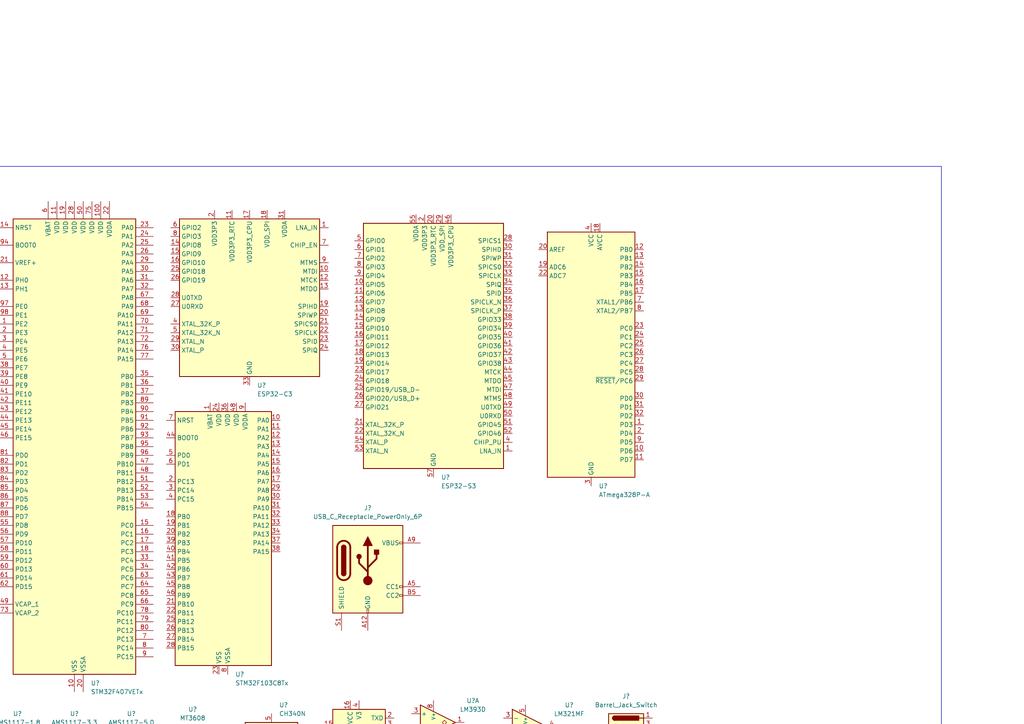
<source format=kicad_sch>
(kicad_sch (version 20231120) (generator "eeschema") (generator_version "8.0")
  (paper "A4")
  (lib_symbols
    (symbol "CW32F030C8T6_1"
      (property "Reference" "U" (at -12.7 41.91 0))
      (property "Value" "CW32F030C8T6" (at 7.62 41.91 0))
      (symbol "CW32F030C8T6_1_1_1"
        (pin power_in line (at -2.54 43.18 270) (length 2.54) (name "VDD") (number "1"))
        (pin bidirectional line (at 15.24 38.1 180) (length 2.54) (name "PA0") (number "10"))
        (pin bidirectional line (at 15.24 35.56 180) (length 2.54) (name "PA1") (number "11"))
        (pin bidirectional line (at 15.24 33.02 180) (length 2.54) (name "PA2") (number "12"))
        (pin bidirectional line (at 15.24 30.48 180) (length 2.54) (name "PA3") (number "13"))
        (pin bidirectional line (at 15.24 27.94 180) (length 2.54) (name "PA4") (number "14"))
        (pin bidirectional line (at 15.24 25.4 180) (length 2.54) (name "PA5") (number "15"))
        (pin bidirectional line (at 15.24 22.86 180) (length 2.54) (name "PA6") (number "16"))
        (pin bidirectional line (at 15.24 20.32 180) (length 2.54) (name "PA7") (number "17"))
        (pin bidirectional line (at -15.24 5.08 0) (length 2.54) (name "PB0") (number "18"))
        (pin bidirectional line (at -15.24 2.54 0) (length 2.54) (name "PB1") (number "19"))
        (pin bidirectional line (at -15.24 15.24 0) (length 2.54) (name "PC13") (number "2"))
        (pin bidirectional line (at -15.24 0 0) (length 2.54) (name "PB2") (number "20"))
        (pin bidirectional line (at -15.24 -20.32 0) (length 2.54) (name "PB10") (number "21"))
        (pin bidirectional line (at -15.24 -22.86 0) (length 2.54) (name "PB11") (number "22"))
        (pin power_in line (at 0 -40.64 90) (length 2.54) (name "VSS") (number "23"))
        (pin power_in line (at 0 43.18 270) (length 2.54) (name "VDD") (number "24"))
        (pin bidirectional line (at -15.24 -25.4 0) (length 2.54) (name "PB12") (number "25"))
        (pin bidirectional line (at -15.24 -27.94 0) (length 2.54) (name "PB13") (number "26"))
        (pin bidirectional line (at -15.24 -30.48 0) (length 2.54) (name "PB14") (number "27"))
        (pin bidirectional line (at -15.24 -33.02 0) (length 2.54) (name "PB15") (number "28"))
        (pin bidirectional line (at 15.24 17.78 180) (length 2.54) (name "PA8") (number "29"))
        (pin bidirectional line (at -15.24 12.7 0) (length 2.54) (name "PC14") (number "3"))
        (pin bidirectional line (at 15.24 15.24 180) (length 2.54) (name "PA9") (number "30"))
        (pin bidirectional line (at 15.24 12.7 180) (length 2.54) (name "PA10") (number "31"))
        (pin bidirectional line (at 15.24 10.16 180) (length 2.54) (name "PA11") (number "32"))
        (pin bidirectional line (at 15.24 7.62 180) (length 2.54) (name "PA12") (number "33"))
        (pin bidirectional line (at 15.24 5.08 180) (length 2.54) (name "PA13") (number "34"))
        (pin bidirectional line (at -15.24 22.86 0) (length 2.54) (name "PF6") (number "35"))
        (pin bidirectional line (at -15.24 20.32 0) (length 2.54) (name "PF7") (number "36"))
        (pin bidirectional line (at 15.24 2.54 180) (length 2.54) (name "PA14") (number "37"))
        (pin bidirectional line (at 15.24 0 180) (length 2.54) (name "PA15") (number "38"))
        (pin bidirectional line (at -15.24 -2.54 0) (length 2.54) (name "PB3") (number "39"))
        (pin bidirectional line (at -15.24 10.16 0) (length 2.54) (name "PC15") (number "4"))
        (pin bidirectional line (at -15.24 -5.08 0) (length 2.54) (name "PB4") (number "40"))
        (pin bidirectional line (at -15.24 -7.62 0) (length 2.54) (name "PB5") (number "41"))
        (pin bidirectional line (at -15.24 -10.16 0) (length 2.54) (name "PB6") (number "42"))
        (pin bidirectional line (at -15.24 -12.7 0) (length 2.54) (name "PB7") (number "43"))
        (pin input line (at -15.24 33.02 0) (length 2.54) (name "BOOT0") (number "44"))
        (pin bidirectional line (at -15.24 -15.24 0) (length 2.54) (name "PB8") (number "45"))
        (pin bidirectional line (at -15.24 -17.78 0) (length 2.54) (name "PB9") (number "46"))
        (pin passive line (at 0 -40.64 90) (length 2.54) hide (name "VSS") (number "47"))
        (pin power_in line (at 2.54 43.18 270) (length 2.54) (name "VDD") (number "48"))
        (pin bidirectional line (at -15.24 27.94 0) (length 2.54) (name "PF0") (number "5"))
        (pin bidirectional line (at -15.24 25.4 0) (length 2.54) (name "PF1") (number "6"))
        (pin input line (at -15.24 38.1 0) (length 2.54) (name "NRST") (number "7"))
        (pin power_in line (at 2.54 -40.64 90) (length 2.54) (name "VSSA") (number "8"))
        (pin power_in line (at 5.08 43.18 270) (length 2.54) (name "VDDA") (number "9"))
      )
    )
    (symbol "Connector:Barrel_Jack_Switch" (pin_names hide)
      (property "Reference" "J" (at 0 5.334 0))
      (property "Value" "Barrel_Jack_Switch" (at 0 -5.08 0))
      (symbol "Barrel_Jack_Switch_1_1"
        (pin passive line (at 7.62 2.54 180) (length 2.54) (name "~") (number "1"))
        (pin passive line (at 7.62 -2.54 180) (length 2.54) (name "~") (number "2"))
        (pin passive line (at 7.62 0 180) (length 2.54) (name "~") (number "3"))
      )
    )
    (symbol "Connector:Screw_Terminal_01x02" (pin_names (offset 1.016) hide)
      (property "Reference" "J" (at 0 2.54 0))
      (property "Value" "Screw_Terminal_01x02" (at 0 -5.08 0))
      (symbol "Screw_Terminal_01x02_1_1"
        (pin passive line (at -5.08 0 0) (length 3.81) (name "Pin_1") (number "1"))
        (pin passive line (at -5.08 -2.54 0) (length 3.81) (name "Pin_2") (number "2"))
      )
    )
    (symbol "Connector:Screw_Terminal_01x03" (pin_names (offset 1.016) hide)
      (property "Reference" "J" (at 0 5.08 0))
      (property "Value" "Screw_Terminal_01x03" (at 0 -5.08 0))
      (symbol "Screw_Terminal_01x03_1_1"
        (pin passive line (at -5.08 2.54 0) (length 3.81) (name "Pin_1") (number "1"))
        (pin passive line (at -5.08 0 0) (length 3.81) (name "Pin_2") (number "2"))
        (pin passive line (at -5.08 -2.54 0) (length 3.81) (name "Pin_3") (number "3"))
      )
    )
    (symbol "Connector:USB_A" (pin_names (offset 1.016))
      (property "Reference" "J" (at -5.08 11.43 0))
      (property "Value" "USB_A" (at -5.08 8.89 0))
      (symbol "USB_A_1_1"
        (pin power_in line (at 7.62 5.08 180) (length 2.54) (name "VBUS") (number "1"))
        (pin bidirectional line (at 7.62 -2.54 180) (length 2.54) (name "D-") (number "2"))
        (pin bidirectional line (at 7.62 0 180) (length 2.54) (name "D+") (number "3"))
        (pin power_in line (at 0 -10.16 90) (length 2.54) (name "GND") (number "4"))
        (pin passive line (at -2.54 -10.16 90) (length 2.54) (name "Shield") (number "5"))
      )
    )
    (symbol "Connector:USB_C_Receptacle_PowerOnly_6P" (pin_names (offset 1.016))
      (property "Reference" "J" (at 0 16.51 0))
      (property "Value" "USB_C_Receptacle_PowerOnly_6P" (at 0 13.97 0))
      (symbol "USB_C_Receptacle_PowerOnly_6P_1_1"
        (pin passive line (at 0 -17.78 90) (length 5.08) (name "GND") (number "A12"))
        (pin bidirectional line (at 15.24 -5.08 180) (length 5.08) (name "CC1") (number "A5"))
        (pin passive line (at 15.24 7.62 180) (length 5.08) (name "VBUS") (number "A9"))
        (pin passive line (at 0 -17.78 90) (length 5.08) hide (name "GND") (number "B12"))
        (pin bidirectional line (at 15.24 -7.62 180) (length 5.08) (name "CC2") (number "B5"))
        (pin passive line (at 15.24 7.62 180) (length 5.08) hide (name "VBUS") (number "B9"))
        (pin passive line (at -7.62 -17.78 90) (length 5.08) (name "SHIELD") (number "S1"))
      )
    )
    (symbol "Connector_Generic:Conn_01x04" (pin_names (offset 1.016) hide)
      (property "Reference" "J" (at 0 5.08 0))
      (property "Value" "Conn_01x04" (at 0 -7.62 0))
      (symbol "Conn_01x04_1_1"
        (pin passive line (at -5.08 2.54 0) (length 3.81) (name "Pin_1") (number "1"))
        (pin passive line (at -5.08 0 0) (length 3.81) (name "Pin_2") (number "2"))
        (pin passive line (at -5.08 -2.54 0) (length 3.81) (name "Pin_3") (number "3"))
        (pin passive line (at -5.08 -5.08 0) (length 3.81) (name "Pin_4") (number "4"))
      )
    )
    (symbol "Connector_Generic:Conn_01x05" (pin_names (offset 1.016) hide)
      (property "Reference" "J" (at 0 7.62 0))
      (property "Value" "Conn_01x05" (at 0 -7.62 0))
      (symbol "Conn_01x05_1_1"
        (pin passive line (at -5.08 5.08 0) (length 3.81) (name "Pin_1") (number "1"))
        (pin passive line (at -5.08 2.54 0) (length 3.81) (name "Pin_2") (number "2"))
        (pin passive line (at -5.08 0 0) (length 3.81) (name "Pin_3") (number "3"))
        (pin passive line (at -5.08 -2.54 0) (length 3.81) (name "Pin_4") (number "4"))
        (pin passive line (at -5.08 -5.08 0) (length 3.81) (name "Pin_5") (number "5"))
      )
    )
    (symbol "Connector_Generic:Conn_02x20_Odd_Even" (pin_names (offset 1.016) hide)
      (property "Reference" "J" (at 1.27 25.4 0))
      (property "Value" "Conn_02x20_Odd_Even" (at 1.27 -27.94 0))
      (symbol "Conn_02x20_Odd_Even_1_1"
        (pin passive line (at -5.08 22.86 0) (length 3.81) (name "Pin_1") (number "1"))
        (pin passive line (at 7.62 12.7 180) (length 3.81) (name "Pin_10") (number "10"))
        (pin passive line (at -5.08 10.16 0) (length 3.81) (name "Pin_11") (number "11"))
        (pin passive line (at 7.62 10.16 180) (length 3.81) (name "Pin_12") (number "12"))
        (pin passive line (at -5.08 7.62 0) (length 3.81) (name "Pin_13") (number "13"))
        (pin passive line (at 7.62 7.62 180) (length 3.81) (name "Pin_14") (number "14"))
        (pin passive line (at -5.08 5.08 0) (length 3.81) (name "Pin_15") (number "15"))
        (pin passive line (at 7.62 5.08 180) (length 3.81) (name "Pin_16") (number "16"))
        (pin passive line (at -5.08 2.54 0) (length 3.81) (name "Pin_17") (number "17"))
        (pin passive line (at 7.62 2.54 180) (length 3.81) (name "Pin_18") (number "18"))
        (pin passive line (at -5.08 0 0) (length 3.81) (name "Pin_19") (number "19"))
        (pin passive line (at 7.62 22.86 180) (length 3.81) (name "Pin_2") (number "2"))
        (pin passive line (at 7.62 0 180) (length 3.81) (name "Pin_20") (number "20"))
        (pin passive line (at -5.08 -2.54 0) (length 3.81) (name "Pin_21") (number "21"))
        (pin passive line (at 7.62 -2.54 180) (length 3.81) (name "Pin_22") (number "22"))
        (pin passive line (at -5.08 -5.08 0) (length 3.81) (name "Pin_23") (number "23"))
        (pin passive line (at 7.62 -5.08 180) (length 3.81) (name "Pin_24") (number "24"))
        (pin passive line (at -5.08 -7.62 0) (length 3.81) (name "Pin_25") (number "25"))
        (pin passive line (at 7.62 -7.62 180) (length 3.81) (name "Pin_26") (number "26"))
        (pin passive line (at -5.08 -10.16 0) (length 3.81) (name "Pin_27") (number "27"))
        (pin passive line (at 7.62 -10.16 180) (length 3.81) (name "Pin_28") (number "28"))
        (pin passive line (at -5.08 -12.7 0) (length 3.81) (name "Pin_29") (number "29"))
        (pin passive line (at -5.08 20.32 0) (length 3.81) (name "Pin_3") (number "3"))
        (pin passive line (at 7.62 -12.7 180) (length 3.81) (name "Pin_30") (number "30"))
        (pin passive line (at -5.08 -15.24 0) (length 3.81) (name "Pin_31") (number "31"))
        (pin passive line (at 7.62 -15.24 180) (length 3.81) (name "Pin_32") (number "32"))
        (pin passive line (at -5.08 -17.78 0) (length 3.81) (name "Pin_33") (number "33"))
        (pin passive line (at 7.62 -17.78 180) (length 3.81) (name "Pin_34") (number "34"))
        (pin passive line (at -5.08 -20.32 0) (length 3.81) (name "Pin_35") (number "35"))
        (pin passive line (at 7.62 -20.32 180) (length 3.81) (name "Pin_36") (number "36"))
        (pin passive line (at -5.08 -22.86 0) (length 3.81) (name "Pin_37") (number "37"))
        (pin passive line (at 7.62 -22.86 180) (length 3.81) (name "Pin_38") (number "38"))
        (pin passive line (at -5.08 -25.4 0) (length 3.81) (name "Pin_39") (number "39"))
        (pin passive line (at 7.62 20.32 180) (length 3.81) (name "Pin_4") (number "4"))
        (pin passive line (at 7.62 -25.4 180) (length 3.81) (name "Pin_40") (number "40"))
        (pin passive line (at -5.08 17.78 0) (length 3.81) (name "Pin_5") (number "5"))
        (pin passive line (at 7.62 17.78 180) (length 3.81) (name "Pin_6") (number "6"))
        (pin passive line (at -5.08 15.24 0) (length 3.81) (name "Pin_7") (number "7"))
        (pin passive line (at 7.62 15.24 180) (length 3.81) (name "Pin_8") (number "8"))
        (pin passive line (at -5.08 12.7 0) (length 3.81) (name "Pin_9") (number "9"))
      )
    )
    (symbol "Connector_Generic:Conn_02x21_Odd_Even" (pin_names (offset 1.016) hide)
      (property "Reference" "J" (at 1.27 27.94 0))
      (property "Value" "Conn_02x21_Odd_Even" (at 1.27 -27.94 0))
      (symbol "Conn_02x21_Odd_Even_1_1"
        (pin passive line (at -5.08 25.4 0) (length 3.81) (name "Pin_1") (number "1"))
        (pin passive line (at 7.62 15.24 180) (length 3.81) (name "Pin_10") (number "10"))
        (pin passive line (at -5.08 12.7 0) (length 3.81) (name "Pin_11") (number "11"))
        (pin passive line (at 7.62 12.7 180) (length 3.81) (name "Pin_12") (number "12"))
        (pin passive line (at -5.08 10.16 0) (length 3.81) (name "Pin_13") (number "13"))
        (pin passive line (at 7.62 10.16 180) (length 3.81) (name "Pin_14") (number "14"))
        (pin passive line (at -5.08 7.62 0) (length 3.81) (name "Pin_15") (number "15"))
        (pin passive line (at 7.62 7.62 180) (length 3.81) (name "Pin_16") (number "16"))
        (pin passive line (at -5.08 5.08 0) (length 3.81) (name "Pin_17") (number "17"))
        (pin passive line (at 7.62 5.08 180) (length 3.81) (name "Pin_18") (number "18"))
        (pin passive line (at -5.08 2.54 0) (length 3.81) (name "Pin_19") (number "19"))
        (pin passive line (at 7.62 25.4 180) (length 3.81) (name "Pin_2") (number "2"))
        (pin passive line (at 7.62 2.54 180) (length 3.81) (name "Pin_20") (number "20"))
        (pin passive line (at -5.08 0 0) (length 3.81) (name "Pin_21") (number "21"))
        (pin passive line (at 7.62 0 180) (length 3.81) (name "Pin_22") (number "22"))
        (pin passive line (at -5.08 -2.54 0) (length 3.81) (name "Pin_23") (number "23"))
        (pin passive line (at 7.62 -2.54 180) (length 3.81) (name "Pin_24") (number "24"))
        (pin passive line (at -5.08 -5.08 0) (length 3.81) (name "Pin_25") (number "25"))
        (pin passive line (at 7.62 -5.08 180) (length 3.81) (name "Pin_26") (number "26"))
        (pin passive line (at -5.08 -7.62 0) (length 3.81) (name "Pin_27") (number "27"))
        (pin passive line (at 7.62 -7.62 180) (length 3.81) (name "Pin_28") (number "28"))
        (pin passive line (at -5.08 -10.16 0) (length 3.81) (name "Pin_29") (number "29"))
        (pin passive line (at -5.08 22.86 0) (length 3.81) (name "Pin_3") (number "3"))
        (pin passive line (at 7.62 -10.16 180) (length 3.81) (name "Pin_30") (number "30"))
        (pin passive line (at -5.08 -12.7 0) (length 3.81) (name "Pin_31") (number "31"))
        (pin passive line (at 7.62 -12.7 180) (length 3.81) (name "Pin_32") (number "32"))
        (pin passive line (at -5.08 -15.24 0) (length 3.81) (name "Pin_33") (number "33"))
        (pin passive line (at 7.62 -15.24 180) (length 3.81) (name "Pin_34") (number "34"))
        (pin passive line (at -5.08 -17.78 0) (length 3.81) (name "Pin_35") (number "35"))
        (pin passive line (at 7.62 -17.78 180) (length 3.81) (name "Pin_36") (number "36"))
        (pin passive line (at -5.08 -20.32 0) (length 3.81) (name "Pin_37") (number "37"))
        (pin passive line (at 7.62 -20.32 180) (length 3.81) (name "Pin_38") (number "38"))
        (pin passive line (at -5.08 -22.86 0) (length 3.81) (name "Pin_39") (number "39"))
        (pin passive line (at 7.62 22.86 180) (length 3.81) (name "Pin_4") (number "4"))
        (pin passive line (at 7.62 -22.86 180) (length 3.81) (name "Pin_40") (number "40"))
        (pin passive line (at -5.08 -25.4 0) (length 3.81) (name "Pin_41") (number "41"))
        (pin passive line (at 7.62 -25.4 180) (length 3.81) (name "Pin_42") (number "42"))
        (pin passive line (at -5.08 20.32 0) (length 3.81) (name "Pin_5") (number "5"))
        (pin passive line (at 7.62 20.32 180) (length 3.81) (name "Pin_6") (number "6"))
        (pin passive line (at -5.08 17.78 0) (length 3.81) (name "Pin_7") (number "7"))
        (pin passive line (at 7.62 17.78 180) (length 3.81) (name "Pin_8") (number "8"))
        (pin passive line (at -5.08 15.24 0) (length 3.81) (name "Pin_9") (number "9"))
      )
    )
    (symbol "Device:Battery_Cell" (pin_numbers hide) (pin_names (offset 0) hide)
      (property "Reference" "BT" (at 2.54 2.54 0))
      (property "Value" "Battery_Cell" (at 2.54 0 0))
      (symbol "Battery_Cell_1_1"
        (pin passive line (at 0 5.08 270) (length 2.54) (name "+") (number "1"))
        (pin passive line (at 0 -2.54 90) (length 2.54) (name "-") (number "2"))
      )
    )
    (symbol "Device:FerriteBead" (pin_numbers hide) (pin_names (offset 0))
      (property "Reference" "FB" (at -3.81 0.635 90))
      (property "Value" "FerriteBead" (at 3.81 0 90))
      (symbol "FerriteBead_1_1"
        (pin passive line (at 0 3.81 270) (length 2.54) (name "~") (number "1"))
        (pin passive line (at 0 -3.81 90) (length 2.54) (name "~") (number "2"))
      )
    )
    (symbol "Device:Fuse" (pin_numbers hide) (pin_names (offset 0))
      (property "Reference" "F" (at 2.032 0 90))
      (property "Value" "Fuse" (at -1.905 0 90))
      (symbol "Fuse_1_1"
        (pin passive line (at 0 3.81 270) (length 1.27) (name "~") (number "1"))
        (pin passive line (at 0 -3.81 90) (length 1.27) (name "~") (number "2"))
      )
    )
    (symbol "Device:L" (pin_numbers hide) (pin_names (offset 1.016) hide)
      (property "Reference" "L" (at -1.27 0 90))
      (property "Value" "L" (at 1.905 0 90))
      (symbol "L_1_1"
        (pin passive line (at 0 3.81 270) (length 1.27) (name "1") (number "1"))
        (pin passive line (at 0 -3.81 90) (length 1.27) (name "2") (number "2"))
      )
    )
    (symbol "Device:NetTie_2" (pin_numbers hide) (pin_names (offset 0) hide) (in_bom no)
      (property "Reference" "NT" (at 0 1.27 0))
      (property "Value" "NetTie_2" (at 0 -1.27 0))
      (symbol "NetTie_2_1_1"
        (pin passive line (at -2.54 0 0) (length 2.54) (name "1") (number "1"))
        (pin passive line (at 2.54 0 180) (length 2.54) (name "2") (number "2"))
      )
    )
    (symbol "Device:R_Photo" (pin_numbers hide) (pin_names (offset 0))
      (property "Reference" "R" (at 1.27 1.27 0))
      (property "Value" "R_Photo" (at 1.27 0 0))
      (symbol "R_Photo_1_1"
        (pin passive line (at 0 3.81 270) (length 1.27) (name "~") (number "1"))
        (pin passive line (at 0 -3.81 90) (length 1.27) (name "~") (number "2"))
      )
    )
    (symbol "Device:R_Potentiometer" (pin_names (offset 1.016) hide)
      (property "Reference" "RV" (at -4.445 0 90))
      (property "Value" "R_Potentiometer" (at -2.54 0 90))
      (symbol "R_Potentiometer_1_1"
        (pin passive line (at 0 3.81 270) (length 1.27) (name "1") (number "1"))
        (pin passive line (at 3.81 0 180) (length 1.27) (name "2") (number "2"))
        (pin passive line (at 0 -3.81 90) (length 1.27) (name "3") (number "3"))
      )
    )
    (symbol "Diode:1N5819WS" (pin_numbers hide) (pin_names (offset 1.016) hide)
      (property "Reference" "D" (at 0 2.54 0))
      (property "Value" "1N5819WS" (at 0 -2.54 0))
      (symbol "1N5819WS_1_1"
        (pin passive line (at -3.81 0 0) (length 2.54) (name "K") (number "1"))
        (pin passive line (at 3.81 0 180) (length 2.54) (name "A") (number "2"))
      )
    )
    (symbol "Interface_USB:CH340C"
      (property "Reference" "U" (at -5.08 13.97 0))
      (property "Value" "CH340C" (at 1.27 13.97 0))
      (symbol "CH340C_1_1"
        (pin power_in line (at 0 -15.24 90) (length 2.54) (name "GND") (number "1"))
        (pin input line (at 10.16 0 180) (length 2.54) (name "~{DSR}") (number "10"))
        (pin input line (at 10.16 -2.54 180) (length 2.54) (name "~{RI}") (number "11"))
        (pin input line (at 10.16 -5.08 180) (length 2.54) (name "~{DCD}") (number "12"))
        (pin output line (at 10.16 -7.62 180) (length 2.54) (name "~{DTR}") (number "13"))
        (pin output line (at 10.16 -10.16 180) (length 2.54) (name "~{RTS}") (number "14"))
        (pin input line (at -10.16 7.62 0) (length 2.54) (name "R232") (number "15"))
        (pin power_in line (at -2.54 15.24 270) (length 2.54) (name "VCC") (number "16"))
        (pin output line (at 10.16 10.16 180) (length 2.54) (name "TXD") (number "2"))
        (pin input line (at 10.16 7.62 180) (length 2.54) (name "RXD") (number "3"))
        (pin power_out line (at 0 15.24 270) (length 2.54) (name "V3") (number "4"))
        (pin bidirectional line (at -10.16 2.54 0) (length 2.54) (name "UD+") (number "5"))
        (pin bidirectional line (at -10.16 0 0) (length 2.54) (name "UD-") (number "6"))
        (pin no_connect line (at -7.62 -5.08 0) (length 2.54) hide (name "NC") (number "7"))
        (pin no_connect line (at -7.62 -7.62 0) (length 2.54) hide (name "NC") (number "8"))
        (pin input line (at 10.16 2.54 180) (length 2.54) (name "~{CTS}") (number "9"))
      )
    )
    (symbol "Interface_USB:CH340N"
      (property "Reference" "U" (at -7.62 6.35 0))
      (property "Value" "CH340N" (at 7.62 6.35 0))
      (symbol "CH340N_1_1"
        (pin bidirectional line (at -10.16 -2.54 0) (length 2.54) (name "UD+") (number "1"))
        (pin bidirectional line (at -10.16 -5.08 0) (length 2.54) (name "UD-") (number "2"))
        (pin power_in line (at 0 -10.16 90) (length 2.54) (name "GND") (number "3"))
        (pin output line (at 10.16 -5.08 180) (length 2.54) (name "~{RTS}") (number "4"))
        (pin power_in line (at 0 7.62 270) (length 2.54) (name "VCC") (number "5"))
        (pin output line (at 10.16 2.54 180) (length 2.54) (name "TXD") (number "6"))
        (pin input line (at 10.16 0 180) (length 2.54) (name "RXD") (number "7"))
        (pin passive line (at -10.16 2.54 0) (length 2.54) (name "V3") (number "8"))
      )
    )
    (symbol "Isolator:EL817" (pin_names (offset 1.016))
      (property "Reference" "U" (at -5.08 5.08 0))
      (property "Value" "EL817" (at 0 5.08 0))
      (symbol "EL817_1_1"
        (pin passive line (at -7.62 2.54 0) (length 2.54) (name "~") (number "1"))
        (pin passive line (at -7.62 -2.54 0) (length 2.54) (name "~") (number "2"))
        (pin passive line (at 7.62 -2.54 180) (length 2.54) (name "~") (number "3"))
        (pin passive line (at 7.62 2.54 180) (length 2.54) (name "~") (number "4"))
      )
    )
    (symbol "L_Generic_ind0520-1040_1" (pin_numbers hide) (pin_names (offset 1.016) hide)
      (property "Reference" "L" (at -1.27 0 90))
      (property "Value" "L_Generic_ind0520-1040" (at 1.905 0 90))
      (symbol "L_Generic_ind0520-1040_1_1_1"
        (pin passive line (at 0 3.81 270) (length 1.27) (name "1") (number "1"))
        (pin passive line (at 0 -3.81 90) (length 1.27) (name "2") (number "2"))
      )
    )
    (symbol "MCU_Espressif:ESP32-C3"
      (property "Reference" "U" (at -17.272 23.876 0))
      (property "Value" "ESP32-C3" (at 16.256 23.876 0))
      (symbol "ESP32-C3_1_1"
        (pin bidirectional line (at 22.86 20.32 180) (length 2.54) (name "LNA_IN") (number "1"))
        (pin bidirectional line (at 22.86 7.62 180) (length 2.54) (name "MTDI") (number "10"))
        (pin power_in line (at -5.08 25.4 270) (length 2.54) (name "VDD3P3_RTC") (number "11"))
        (pin bidirectional line (at 22.86 5.08 180) (length 2.54) (name "MTCK") (number "12"))
        (pin bidirectional line (at 22.86 2.54 180) (length 2.54) (name "MTDO") (number "13"))
        (pin bidirectional line (at -22.86 15.24 0) (length 2.54) (name "GPIO8") (number "14"))
        (pin bidirectional line (at -22.86 12.7 0) (length 2.54) (name "GPIO9") (number "15"))
        (pin bidirectional line (at -22.86 10.16 0) (length 2.54) (name "GPIO10") (number "16"))
        (pin power_in line (at 0 25.4 270) (length 2.54) (name "VDD3P3_CPU") (number "17"))
        (pin power_out line (at 5.08 25.4 270) (length 2.54) (name "VDD_SPI") (number "18"))
        (pin bidirectional line (at 22.86 -2.54 180) (length 2.54) (name "SPIHD") (number "19"))
        (pin power_in line (at -10.16 25.4 270) (length 2.54) (name "VDD3P3") (number "2"))
        (pin bidirectional line (at 22.86 -5.08 180) (length 2.54) (name "SPIWP") (number "20"))
        (pin bidirectional line (at 22.86 -7.62 180) (length 2.54) (name "SPICS0") (number "21"))
        (pin bidirectional line (at 22.86 -10.16 180) (length 2.54) (name "SPICLK") (number "22"))
        (pin bidirectional line (at 22.86 -12.7 180) (length 2.54) (name "SPID") (number "23"))
        (pin bidirectional line (at 22.86 -15.24 180) (length 2.54) (name "SPIQ") (number "24"))
        (pin bidirectional line (at -22.86 7.62 0) (length 2.54) (name "GPIO18") (number "25"))
        (pin bidirectional line (at -22.86 5.08 0) (length 2.54) (name "GPIO19") (number "26"))
        (pin bidirectional line (at -22.86 -2.54 0) (length 2.54) (name "U0RXD") (number "27"))
        (pin bidirectional line (at -22.86 0 0) (length 2.54) (name "U0TXD") (number "28"))
        (pin bidirectional line (at -22.86 -12.7 0) (length 2.54) (name "XTAL_N") (number "29"))
        (pin passive line (at -10.16 25.4 270) (length 2.54) hide (name "VDD3P3") (number "3"))
        (pin bidirectional line (at -22.86 -15.24 0) (length 2.54) (name "XTAL_P") (number "30"))
        (pin power_in line (at 10.16 25.4 270) (length 2.54) (name "VDDA") (number "31"))
        (pin passive line (at 10.16 25.4 270) (length 2.54) hide (name "VDDA") (number "32"))
        (pin power_in line (at 0 -25.4 90) (length 2.54) (name "GND") (number "33"))
        (pin bidirectional line (at -22.86 -7.62 0) (length 2.54) (name "XTAL_32K_P") (number "4"))
        (pin bidirectional line (at -22.86 -10.16 0) (length 2.54) (name "XTAL_32K_N") (number "5"))
        (pin bidirectional line (at -22.86 20.32 0) (length 2.54) (name "GPIO2") (number "6"))
        (pin bidirectional line (at 22.86 15.24 180) (length 2.54) (name "CHIP_EN") (number "7"))
        (pin bidirectional line (at -22.86 17.78 0) (length 2.54) (name "GPIO3") (number "8"))
        (pin bidirectional line (at 22.86 10.16 180) (length 2.54) (name "MTMS") (number "9"))
      )
    )
    (symbol "MCU_Espressif:ESP32-S3"
      (property "Reference" "U" (at 10.16 -38.1 0))
      (property "Value" "ESP32-S3" (at 13.97 -40.64 0))
      (symbol "ESP32-S3_1_0"
        (pin bidirectional line (at 22.86 12.7 180) (length 2.54) (name "SPICLK_N") (number "36"))
        (pin bidirectional line (at 22.86 -10.16 180) (length 2.54) (name "MTDO") (number "45"))
        (pin bidirectional line (at 22.86 -22.86 180) (length 2.54) (name "GPIO45") (number "51"))
        (pin passive line (at -5.08 38.1 270) (length 2.54) hide (name "VDDA") (number "56"))
      )
      (symbol "ESP32-S3_1_1"
        (pin bidirectional line (at 22.86 -30.48 180) (length 2.54) (name "LNA_IN") (number "1"))
        (pin bidirectional line (at -22.86 17.78 0) (length 2.54) (name "GPIO5") (number "10"))
        (pin bidirectional line (at -22.86 15.24 0) (length 2.54) (name "GPIO6") (number "11"))
        (pin bidirectional line (at -22.86 12.7 0) (length 2.54) (name "GPIO7") (number "12"))
        (pin bidirectional line (at -22.86 10.16 0) (length 2.54) (name "GPIO8") (number "13"))
        (pin bidirectional line (at -22.86 7.62 0) (length 2.54) (name "GPIO9") (number "14"))
        (pin bidirectional line (at -22.86 5.08 0) (length 2.54) (name "GPIO10") (number "15"))
        (pin bidirectional line (at -22.86 2.54 0) (length 2.54) (name "GPIO11") (number "16"))
        (pin bidirectional line (at -22.86 0 0) (length 2.54) (name "GPIO12") (number "17"))
        (pin bidirectional line (at -22.86 -2.54 0) (length 2.54) (name "GPIO13") (number "18"))
        (pin bidirectional line (at -22.86 -5.08 0) (length 2.54) (name "GPIO14") (number "19"))
        (pin power_in line (at -2.54 38.1 270) (length 2.54) (name "VDD3P3") (number "2"))
        (pin power_in line (at 0 38.1 270) (length 2.54) (name "VDD3P3_RTC") (number "20"))
        (pin passive line (at -22.86 -22.86 0) (length 2.54) (name "XTAL_32K_P") (number "21"))
        (pin passive line (at -22.86 -25.4 0) (length 2.54) (name "XTAL_32K_N") (number "22"))
        (pin bidirectional line (at -22.86 -7.62 0) (length 2.54) (name "GPIO17") (number "23"))
        (pin bidirectional line (at -22.86 -10.16 0) (length 2.54) (name "GPIO18") (number "24"))
        (pin bidirectional line (at -22.86 -12.7 0) (length 2.54) (name "GPIO19/USB_D-") (number "25"))
        (pin bidirectional line (at -22.86 -15.24 0) (length 2.54) (name "GPIO20/USB_D+") (number "26"))
        (pin bidirectional line (at -22.86 -17.78 0) (length 2.54) (name "GPIO21") (number "27"))
        (pin bidirectional line (at 22.86 30.48 180) (length 2.54) (name "SPICS1") (number "28"))
        (pin power_in line (at 2.54 38.1 270) (length 2.54) (name "VDD_SPI") (number "29"))
        (pin passive line (at -2.54 38.1 270) (length 2.54) hide (name "VDD3P3") (number "3"))
        (pin bidirectional line (at 22.86 27.94 180) (length 2.54) (name "SPIHD") (number "30"))
        (pin bidirectional line (at 22.86 25.4 180) (length 2.54) (name "SPIWP") (number "31"))
        (pin bidirectional line (at 22.86 22.86 180) (length 2.54) (name "SPICS0") (number "32"))
        (pin bidirectional line (at 22.86 20.32 180) (length 2.54) (name "SPICLK") (number "33"))
        (pin bidirectional line (at 22.86 17.78 180) (length 2.54) (name "SPIQ") (number "34"))
        (pin bidirectional line (at 22.86 15.24 180) (length 2.54) (name "SPID") (number "35"))
        (pin bidirectional line (at 22.86 10.16 180) (length 2.54) (name "SPICLK_P") (number "37"))
        (pin bidirectional line (at 22.86 7.62 180) (length 2.54) (name "GPIO33") (number "38"))
        (pin bidirectional line (at 22.86 5.08 180) (length 2.54) (name "GPIO34") (number "39"))
        (pin input line (at 22.86 -27.94 180) (length 2.54) (name "CHIP_PU") (number "4"))
        (pin bidirectional line (at 22.86 2.54 180) (length 2.54) (name "GPIO35") (number "40"))
        (pin bidirectional line (at 22.86 0 180) (length 2.54) (name "GPIO36") (number "41"))
        (pin bidirectional line (at 22.86 -2.54 180) (length 2.54) (name "GPIO37") (number "42"))
        (pin bidirectional line (at 22.86 -5.08 180) (length 2.54) (name "GPIO38") (number "43"))
        (pin bidirectional line (at 22.86 -7.62 180) (length 2.54) (name "MTCK") (number "44"))
        (pin power_in line (at 5.08 38.1 270) (length 2.54) (name "VDD3P3_CPU") (number "46"))
        (pin bidirectional line (at 22.86 -12.7 180) (length 2.54) (name "MTDI") (number "47"))
        (pin bidirectional line (at 22.86 -15.24 180) (length 2.54) (name "MTMS") (number "48"))
        (pin bidirectional line (at 22.86 -17.78 180) (length 2.54) (name "U0TXD") (number "49"))
        (pin bidirectional line (at -22.86 30.48 0) (length 2.54) (name "GPIO0") (number "5"))
        (pin bidirectional line (at 22.86 -20.32 180) (length 2.54) (name "U0RXD") (number "50"))
        (pin bidirectional line (at 22.86 -25.4 180) (length 2.54) (name "GPIO46") (number "52"))
        (pin output line (at -22.86 -30.48 0) (length 2.54) (name "XTAL_N") (number "53"))
        (pin input line (at -22.86 -27.94 0) (length 2.54) (name "XTAL_P") (number "54"))
        (pin power_in line (at -5.08 38.1 270) (length 2.54) (name "VDDA") (number "55"))
        (pin power_in line (at 0 -38.1 90) (length 2.54) (name "GND") (number "57"))
        (pin bidirectional line (at -22.86 27.94 0) (length 2.54) (name "GPIO1") (number "6"))
        (pin bidirectional line (at -22.86 25.4 0) (length 2.54) (name "GPIO2") (number "7"))
        (pin bidirectional line (at -22.86 22.86 0) (length 2.54) (name "GPIO3") (number "8"))
        (pin bidirectional line (at -22.86 20.32 0) (length 2.54) (name "GPIO4") (number "9"))
      )
    )
    (symbol "MCU_Microchip_ATmega:ATmega328P-A"
      (property "Reference" "U" (at -12.7 36.83 0))
      (property "Value" "ATmega328P-A" (at 2.54 -36.83 0))
      (symbol "ATmega328P-A_1_1"
        (pin bidirectional line (at 15.24 -20.32 180) (length 2.54) (name "PD3") (number "1"))
        (pin bidirectional line (at 15.24 -27.94 180) (length 2.54) (name "PD6") (number "10"))
        (pin bidirectional line (at 15.24 -30.48 180) (length 2.54) (name "PD7") (number "11"))
        (pin bidirectional line (at 15.24 30.48 180) (length 2.54) (name "PB0") (number "12"))
        (pin bidirectional line (at 15.24 27.94 180) (length 2.54) (name "PB1") (number "13"))
        (pin bidirectional line (at 15.24 25.4 180) (length 2.54) (name "PB2") (number "14"))
        (pin bidirectional line (at 15.24 22.86 180) (length 2.54) (name "PB3") (number "15"))
        (pin bidirectional line (at 15.24 20.32 180) (length 2.54) (name "PB4") (number "16"))
        (pin bidirectional line (at 15.24 17.78 180) (length 2.54) (name "PB5") (number "17"))
        (pin power_in line (at 2.54 38.1 270) (length 2.54) (name "AVCC") (number "18"))
        (pin input line (at -15.24 25.4 0) (length 2.54) (name "ADC6") (number "19"))
        (pin bidirectional line (at 15.24 -22.86 180) (length 2.54) (name "PD4") (number "2"))
        (pin passive line (at -15.24 30.48 0) (length 2.54) (name "AREF") (number "20"))
        (pin passive line (at 0 -38.1 90) (length 2.54) hide (name "GND") (number "21"))
        (pin input line (at -15.24 22.86 0) (length 2.54) (name "ADC7") (number "22"))
        (pin bidirectional line (at 15.24 7.62 180) (length 2.54) (name "PC0") (number "23"))
        (pin bidirectional line (at 15.24 5.08 180) (length 2.54) (name "PC1") (number "24"))
        (pin bidirectional line (at 15.24 2.54 180) (length 2.54) (name "PC2") (number "25"))
        (pin bidirectional line (at 15.24 0 180) (length 2.54) (name "PC3") (number "26"))
        (pin bidirectional line (at 15.24 -2.54 180) (length 2.54) (name "PC4") (number "27"))
        (pin bidirectional line (at 15.24 -5.08 180) (length 2.54) (name "PC5") (number "28"))
        (pin bidirectional line (at 15.24 -7.62 180) (length 2.54) (name "~{RESET}/PC6") (number "29"))
        (pin power_in line (at 0 -38.1 90) (length 2.54) (name "GND") (number "3"))
        (pin bidirectional line (at 15.24 -12.7 180) (length 2.54) (name "PD0") (number "30"))
        (pin bidirectional line (at 15.24 -15.24 180) (length 2.54) (name "PD1") (number "31"))
        (pin bidirectional line (at 15.24 -17.78 180) (length 2.54) (name "PD2") (number "32"))
        (pin power_in line (at 0 38.1 270) (length 2.54) (name "VCC") (number "4"))
        (pin passive line (at 0 -38.1 90) (length 2.54) hide (name "GND") (number "5"))
        (pin passive line (at 0 38.1 270) (length 2.54) hide (name "VCC") (number "6"))
        (pin bidirectional line (at 15.24 15.24 180) (length 2.54) (name "XTAL1/PB6") (number "7"))
        (pin bidirectional line (at 15.24 12.7 180) (length 2.54) (name "XTAL2/PB7") (number "8"))
        (pin bidirectional line (at 15.24 -25.4 180) (length 2.54) (name "PD5") (number "9"))
      )
    )
    (symbol "MCU_ST_STM32F1:STM32F103C8Tx"
      (property "Reference" "U" (at -12.7 39.37 0))
      (property "Value" "STM32F103C8Tx" (at 10.16 39.37 0))
      (symbol "STM32F103C8Tx_1_1"
        (pin power_in line (at -2.54 40.64 270) (length 2.54) (name "VBAT") (number "1"))
        (pin bidirectional line (at 17.78 35.56 180) (length 2.54) (name "PA0") (number "10"))
        (pin bidirectional line (at 17.78 33.02 180) (length 2.54) (name "PA1") (number "11"))
        (pin bidirectional line (at 17.78 30.48 180) (length 2.54) (name "PA2") (number "12"))
        (pin bidirectional line (at 17.78 27.94 180) (length 2.54) (name "PA3") (number "13"))
        (pin bidirectional line (at 17.78 25.4 180) (length 2.54) (name "PA4") (number "14"))
        (pin bidirectional line (at 17.78 22.86 180) (length 2.54) (name "PA5") (number "15"))
        (pin bidirectional line (at 17.78 20.32 180) (length 2.54) (name "PA6") (number "16"))
        (pin bidirectional line (at 17.78 17.78 180) (length 2.54) (name "PA7") (number "17"))
        (pin bidirectional line (at -15.24 7.62 0) (length 2.54) (name "PB0") (number "18"))
        (pin bidirectional line (at -15.24 5.08 0) (length 2.54) (name "PB1") (number "19"))
        (pin bidirectional line (at -15.24 17.78 0) (length 2.54) (name "PC13") (number "2"))
        (pin bidirectional line (at -15.24 2.54 0) (length 2.54) (name "PB2") (number "20"))
        (pin bidirectional line (at -15.24 -17.78 0) (length 2.54) (name "PB10") (number "21"))
        (pin bidirectional line (at -15.24 -20.32 0) (length 2.54) (name "PB11") (number "22"))
        (pin power_in line (at 0 -38.1 90) (length 2.54) (name "VSS") (number "23"))
        (pin power_in line (at 0 40.64 270) (length 2.54) (name "VDD") (number "24"))
        (pin bidirectional line (at -15.24 -22.86 0) (length 2.54) (name "PB12") (number "25"))
        (pin bidirectional line (at -15.24 -25.4 0) (length 2.54) (name "PB13") (number "26"))
        (pin bidirectional line (at -15.24 -27.94 0) (length 2.54) (name "PB14") (number "27"))
        (pin bidirectional line (at -15.24 -30.48 0) (length 2.54) (name "PB15") (number "28"))
        (pin bidirectional line (at 17.78 15.24 180) (length 2.54) (name "PA8") (number "29"))
        (pin bidirectional line (at -15.24 15.24 0) (length 2.54) (name "PC14") (number "3"))
        (pin bidirectional line (at 17.78 12.7 180) (length 2.54) (name "PA9") (number "30"))
        (pin bidirectional line (at 17.78 10.16 180) (length 2.54) (name "PA10") (number "31"))
        (pin bidirectional line (at 17.78 7.62 180) (length 2.54) (name "PA11") (number "32"))
        (pin bidirectional line (at 17.78 5.08 180) (length 2.54) (name "PA12") (number "33"))
        (pin bidirectional line (at 17.78 2.54 180) (length 2.54) (name "PA13") (number "34"))
        (pin passive line (at 0 -38.1 90) (length 2.54) hide (name "VSS") (number "35"))
        (pin power_in line (at 2.54 40.64 270) (length 2.54) (name "VDD") (number "36"))
        (pin bidirectional line (at 17.78 0 180) (length 2.54) (name "PA14") (number "37"))
        (pin bidirectional line (at 17.78 -2.54 180) (length 2.54) (name "PA15") (number "38"))
        (pin bidirectional line (at -15.24 0 0) (length 2.54) (name "PB3") (number "39"))
        (pin bidirectional line (at -15.24 12.7 0) (length 2.54) (name "PC15") (number "4"))
        (pin bidirectional line (at -15.24 -2.54 0) (length 2.54) (name "PB4") (number "40"))
        (pin bidirectional line (at -15.24 -5.08 0) (length 2.54) (name "PB5") (number "41"))
        (pin bidirectional line (at -15.24 -7.62 0) (length 2.54) (name "PB6") (number "42"))
        (pin bidirectional line (at -15.24 -10.16 0) (length 2.54) (name "PB7") (number "43"))
        (pin input line (at -15.24 30.48 0) (length 2.54) (name "BOOT0") (number "44"))
        (pin bidirectional line (at -15.24 -12.7 0) (length 2.54) (name "PB8") (number "45"))
        (pin bidirectional line (at -15.24 -15.24 0) (length 2.54) (name "PB9") (number "46"))
        (pin passive line (at 0 -38.1 90) (length 2.54) hide (name "VSS") (number "47"))
        (pin power_in line (at 5.08 40.64 270) (length 2.54) (name "VDD") (number "48"))
        (pin bidirectional line (at -15.24 25.4 0) (length 2.54) (name "PD0") (number "5"))
        (pin bidirectional line (at -15.24 22.86 0) (length 2.54) (name "PD1") (number "6"))
        (pin input line (at -15.24 35.56 0) (length 2.54) (name "NRST") (number "7"))
        (pin power_in line (at 2.54 -38.1 90) (length 2.54) (name "VSSA") (number "8"))
        (pin power_in line (at 7.62 40.64 270) (length 2.54) (name "VDDA") (number "9"))
      )
    )
    (symbol "MCU_ST_STM32F4:STM32F407VETx"
      (property "Reference" "U" (at -17.78 67.31 0))
      (property "Value" "STM32F407VETx" (at 12.7 67.31 0))
      (symbol "STM32F407VETx_1_1"
        (pin bidirectional line (at -22.86 35.56 0) (length 5.08) (name "PE2") (number "1"))
        (pin power_in line (at 0 -71.12 90) (length 5.08) (name "VSS") (number "10"))
        (pin power_in line (at 7.62 71.12 270) (length 5.08) (name "VDD") (number "100"))
        (pin power_in line (at -5.08 71.12 270) (length 5.08) (name "VDD") (number "11"))
        (pin bidirectional line (at -22.86 48.26 0) (length 5.08) (name "PH0") (number "12"))
        (pin bidirectional line (at -22.86 45.72 0) (length 5.08) (name "PH1") (number "13"))
        (pin input line (at -22.86 63.5 0) (length 5.08) (name "NRST") (number "14"))
        (pin bidirectional line (at 22.86 -22.86 180) (length 5.08) (name "PC0") (number "15"))
        (pin bidirectional line (at 22.86 -25.4 180) (length 5.08) (name "PC1") (number "16"))
        (pin bidirectional line (at 22.86 -27.94 180) (length 5.08) (name "PC2") (number "17"))
        (pin bidirectional line (at 22.86 -30.48 180) (length 5.08) (name "PC3") (number "18"))
        (pin power_in line (at -2.54 71.12 270) (length 5.08) (name "VDD") (number "19"))
        (pin bidirectional line (at -22.86 33.02 0) (length 5.08) (name "PE3") (number "2"))
        (pin power_in line (at 2.54 -71.12 90) (length 5.08) (name "VSSA") (number "20"))
        (pin input line (at -22.86 53.34 0) (length 5.08) (name "VREF+") (number "21"))
        (pin power_in line (at 10.16 71.12 270) (length 5.08) (name "VDDA") (number "22"))
        (pin bidirectional line (at 22.86 63.5 180) (length 5.08) (name "PA0") (number "23"))
        (pin bidirectional line (at 22.86 60.96 180) (length 5.08) (name "PA1") (number "24"))
        (pin bidirectional line (at 22.86 58.42 180) (length 5.08) (name "PA2") (number "25"))
        (pin bidirectional line (at 22.86 55.88 180) (length 5.08) (name "PA3") (number "26"))
        (pin passive line (at 0 -71.12 90) (length 5.08) hide (name "VSS") (number "27"))
        (pin power_in line (at 0 71.12 270) (length 5.08) (name "VDD") (number "28"))
        (pin bidirectional line (at 22.86 53.34 180) (length 5.08) (name "PA4") (number "29"))
        (pin bidirectional line (at -22.86 30.48 0) (length 5.08) (name "PE4") (number "3"))
        (pin bidirectional line (at 22.86 50.8 180) (length 5.08) (name "PA5") (number "30"))
        (pin bidirectional line (at 22.86 48.26 180) (length 5.08) (name "PA6") (number "31"))
        (pin bidirectional line (at 22.86 45.72 180) (length 5.08) (name "PA7") (number "32"))
        (pin bidirectional line (at 22.86 -33.02 180) (length 5.08) (name "PC4") (number "33"))
        (pin bidirectional line (at 22.86 -35.56 180) (length 5.08) (name "PC5") (number "34"))
        (pin bidirectional line (at 22.86 20.32 180) (length 5.08) (name "PB0") (number "35"))
        (pin bidirectional line (at 22.86 17.78 180) (length 5.08) (name "PB1") (number "36"))
        (pin bidirectional line (at 22.86 15.24 180) (length 5.08) (name "PB2") (number "37"))
        (pin bidirectional line (at -22.86 22.86 0) (length 5.08) (name "PE7") (number "38"))
        (pin bidirectional line (at -22.86 20.32 0) (length 5.08) (name "PE8") (number "39"))
        (pin bidirectional line (at -22.86 27.94 0) (length 5.08) (name "PE5") (number "4"))
        (pin bidirectional line (at -22.86 17.78 0) (length 5.08) (name "PE9") (number "40"))
        (pin bidirectional line (at -22.86 15.24 0) (length 5.08) (name "PE10") (number "41"))
        (pin bidirectional line (at -22.86 12.7 0) (length 5.08) (name "PE11") (number "42"))
        (pin bidirectional line (at -22.86 10.16 0) (length 5.08) (name "PE12") (number "43"))
        (pin bidirectional line (at -22.86 7.62 0) (length 5.08) (name "PE13") (number "44"))
        (pin bidirectional line (at -22.86 5.08 0) (length 5.08) (name "PE14") (number "45"))
        (pin bidirectional line (at -22.86 2.54 0) (length 5.08) (name "PE15") (number "46"))
        (pin bidirectional line (at 22.86 -5.08 180) (length 5.08) (name "PB10") (number "47"))
        (pin bidirectional line (at 22.86 -7.62 180) (length 5.08) (name "PB11") (number "48"))
        (pin power_out line (at -22.86 -45.72 0) (length 5.08) (name "VCAP_1") (number "49"))
        (pin bidirectional line (at -22.86 25.4 0) (length 5.08) (name "PE6") (number "5"))
        (pin power_in line (at 2.54 71.12 270) (length 5.08) (name "VDD") (number "50"))
        (pin bidirectional line (at 22.86 -10.16 180) (length 5.08) (name "PB12") (number "51"))
        (pin bidirectional line (at 22.86 -12.7 180) (length 5.08) (name "PB13") (number "52"))
        (pin bidirectional line (at 22.86 -15.24 180) (length 5.08) (name "PB14") (number "53"))
        (pin bidirectional line (at 22.86 -17.78 180) (length 5.08) (name "PB15") (number "54"))
        (pin bidirectional line (at -22.86 -22.86 0) (length 5.08) (name "PD8") (number "55"))
        (pin bidirectional line (at -22.86 -25.4 0) (length 5.08) (name "PD9") (number "56"))
        (pin bidirectional line (at -22.86 -27.94 0) (length 5.08) (name "PD10") (number "57"))
        (pin bidirectional line (at -22.86 -30.48 0) (length 5.08) (name "PD11") (number "58"))
        (pin bidirectional line (at -22.86 -33.02 0) (length 5.08) (name "PD12") (number "59"))
        (pin power_in line (at -7.62 71.12 270) (length 5.08) (name "VBAT") (number "6"))
        (pin bidirectional line (at -22.86 -35.56 0) (length 5.08) (name "PD13") (number "60"))
        (pin bidirectional line (at -22.86 -38.1 0) (length 5.08) (name "PD14") (number "61"))
        (pin bidirectional line (at -22.86 -40.64 0) (length 5.08) (name "PD15") (number "62"))
        (pin bidirectional line (at 22.86 -38.1 180) (length 5.08) (name "PC6") (number "63"))
        (pin bidirectional line (at 22.86 -40.64 180) (length 5.08) (name "PC7") (number "64"))
        (pin bidirectional line (at 22.86 -43.18 180) (length 5.08) (name "PC8") (number "65"))
        (pin bidirectional line (at 22.86 -45.72 180) (length 5.08) (name "PC9") (number "66"))
        (pin bidirectional line (at 22.86 43.18 180) (length 5.08) (name "PA8") (number "67"))
        (pin bidirectional line (at 22.86 40.64 180) (length 5.08) (name "PA9") (number "68"))
        (pin bidirectional line (at 22.86 38.1 180) (length 5.08) (name "PA10") (number "69"))
        (pin bidirectional line (at 22.86 -55.88 180) (length 5.08) (name "PC13") (number "7"))
        (pin bidirectional line (at 22.86 35.56 180) (length 5.08) (name "PA11") (number "70"))
        (pin bidirectional line (at 22.86 33.02 180) (length 5.08) (name "PA12") (number "71"))
        (pin bidirectional line (at 22.86 30.48 180) (length 5.08) (name "PA13") (number "72"))
        (pin power_out line (at -22.86 -48.26 0) (length 5.08) (name "VCAP_2") (number "73"))
        (pin passive line (at 0 -71.12 90) (length 5.08) hide (name "VSS") (number "74"))
        (pin power_in line (at 5.08 71.12 270) (length 5.08) (name "VDD") (number "75"))
        (pin bidirectional line (at 22.86 27.94 180) (length 5.08) (name "PA14") (number "76"))
        (pin bidirectional line (at 22.86 25.4 180) (length 5.08) (name "PA15") (number "77"))
        (pin bidirectional line (at 22.86 -48.26 180) (length 5.08) (name "PC10") (number "78"))
        (pin bidirectional line (at 22.86 -50.8 180) (length 5.08) (name "PC11") (number "79"))
        (pin bidirectional line (at 22.86 -58.42 180) (length 5.08) (name "PC14") (number "8"))
        (pin bidirectional line (at 22.86 -53.34 180) (length 5.08) (name "PC12") (number "80"))
        (pin bidirectional line (at -22.86 -2.54 0) (length 5.08) (name "PD0") (number "81"))
        (pin bidirectional line (at -22.86 -5.08 0) (length 5.08) (name "PD1") (number "82"))
        (pin bidirectional line (at -22.86 -7.62 0) (length 5.08) (name "PD2") (number "83"))
        (pin bidirectional line (at -22.86 -10.16 0) (length 5.08) (name "PD3") (number "84"))
        (pin bidirectional line (at -22.86 -12.7 0) (length 5.08) (name "PD4") (number "85"))
        (pin bidirectional line (at -22.86 -15.24 0) (length 5.08) (name "PD5") (number "86"))
        (pin bidirectional line (at -22.86 -17.78 0) (length 5.08) (name "PD6") (number "87"))
        (pin bidirectional line (at -22.86 -20.32 0) (length 5.08) (name "PD7") (number "88"))
        (pin bidirectional line (at 22.86 12.7 180) (length 5.08) (name "PB3") (number "89"))
        (pin bidirectional line (at 22.86 -60.96 180) (length 5.08) (name "PC15") (number "9"))
        (pin bidirectional line (at 22.86 10.16 180) (length 5.08) (name "PB4") (number "90"))
        (pin bidirectional line (at 22.86 7.62 180) (length 5.08) (name "PB5") (number "91"))
        (pin bidirectional line (at 22.86 5.08 180) (length 5.08) (name "PB6") (number "92"))
        (pin bidirectional line (at 22.86 2.54 180) (length 5.08) (name "PB7") (number "93"))
        (pin input line (at -22.86 58.42 0) (length 5.08) (name "BOOT0") (number "94"))
        (pin bidirectional line (at 22.86 0 180) (length 5.08) (name "PB8") (number "95"))
        (pin bidirectional line (at 22.86 -2.54 180) (length 5.08) (name "PB9") (number "96"))
        (pin bidirectional line (at -22.86 40.64 0) (length 5.08) (name "PE0") (number "97"))
        (pin bidirectional line (at -22.86 38.1 0) (length 5.08) (name "PE1") (number "98"))
        (pin passive line (at 0 -71.12 90) (length 5.08) hide (name "VSS") (number "99"))
      )
    )
    (symbol "Mechanical:MountingHole_Pad" (pin_numbers hide) (pin_names (offset 1.016) hide) (exclude_from_sim yes) (in_bom no)
      (property "Reference" "H" (at 0 6.35 0))
      (property "Value" "MountingHole_Pad" (at 0 4.445 0))
      (symbol "MountingHole_Pad_1_1"
        (pin input line (at 0 -2.54 90) (length 2.54) (name "1") (number "1"))
      )
    )
    (symbol "Micro_SD_Card_Det1_1"
      (property "Reference" "J" (at -16.51 17.78 0))
      (property "Value" "Micro_SD_Card_Det1" (at 16.51 17.78 0))
      (symbol "Micro_SD_Card_Det1_1_1_1"
        (pin bidirectional line (at -22.86 10.16 0) (length 3.81) (name "DAT2") (number "1"))
        (pin passive line (at 20.32 -12.7 180) (length 3.81) (name "SHIELD") (number "10"))
        (pin bidirectional line (at -22.86 7.62 0) (length 3.81) (name "DAT3/CD") (number "2"))
        (pin input line (at -22.86 5.08 0) (length 3.81) (name "CMD") (number "3"))
        (pin power_in line (at -22.86 2.54 0) (length 3.81) (name "VDD") (number "4"))
        (pin input line (at -22.86 0 0) (length 3.81) (name "CLK") (number "5"))
        (pin power_in line (at -22.86 -2.54 0) (length 3.81) (name "VSS") (number "6"))
        (pin bidirectional line (at -22.86 -5.08 0) (length 3.81) (name "DAT0") (number "7"))
        (pin bidirectional line (at -22.86 -7.62 0) (length 3.81) (name "DAT1") (number "8"))
        (pin passive line (at -22.86 -12.7 0) (length 3.81) (name "DET") (number "9"))
      )
    )
    (symbol "PCM_Amplifier_Operational_AKL:LM321MF" (pin_names (offset 0.2))
      (property "Reference" "U" (at 2.54 7.62 0))
      (property "Value" "LM321MF" (at 2.54 5.08 0))
      (symbol "LM321MF_1_1"
        (pin input line (at -7.62 -2.54 0) (length 2.54) (name "+") (number "1"))
        (pin power_in line (at -1.27 -6.35 90) (length 3.18) (name "V-") (number "2"))
        (pin input line (at -7.62 2.54 0) (length 2.54) (name "-") (number "3"))
        (pin output line (at 7.62 0 180) (length 2.54) (name "~") (number "4"))
        (pin power_in line (at -1.27 6.35 270) (length 3.18) (name "V+") (number "5"))
      )
    )
    (symbol "PCM_Analog_Comparator_AKL:LM311D" (pin_names (offset 0.254))
      (property "Reference" "U" (at 6.35 6.35 0))
      (property "Value" "LM311D" (at 6.35 3.81 0))
      (symbol "LM311D_1_1"
        (pin power_in line (at 0 -7.62 90) (length 3.81) (name "GND") (number "1"))
        (pin input line (at -7.62 2.54 0) (length 2.54) (name "+") (number "2"))
        (pin input line (at -7.62 -2.54 0) (length 2.54) (name "-") (number "3"))
        (pin power_in line (at -2.54 -8.89 90) (length 3.81) (name "V-") (number "4"))
        (pin input line (at 0 7.62 270) (length 3.81) (name "BAL") (number "5"))
        (pin input line (at 2.54 6.35 270) (length 3.81) (name "BAL/STR") (number "6"))
        (pin open_collector line (at 10.16 0 180) (length 2.54) (name "~") (number "7"))
        (pin power_in line (at -2.54 8.89 270) (length 3.81) (name "V+") (number "8"))
      )
    )
    (symbol "PCM_Analog_Comparator_AKL:LM339D" (pin_names (offset 0.2))
      (property "Reference" "U" (at 1.27 6.35 0))
      (property "Value" "LM339D" (at 1.27 3.81 0))
      (symbol "LM339D_1_1"
        (pin open_collector line (at 8.89 0 180) (length 2.54) (name "~") (number "1"))
        (pin power_in line (at 0 -6.35 90) (length 3.18) (name "V-") (number "12"))
        (pin power_in line (at 0 6.35 270) (length 3.18) (name "V+") (number "3"))
        (pin input line (at -6.35 -2.54 0) (length 2.54) (name "-") (number "6"))
        (pin input line (at -6.35 2.54 0) (length 2.54) (name "+") (number "7"))
      )
      (symbol "LM339D_2_1"
        (pin open_collector line (at 8.89 0 180) (length 2.54) (name "~") (number "2"))
        (pin input line (at -6.35 -2.54 0) (length 2.54) (name "-") (number "4"))
        (pin input line (at -6.35 2.54 0) (length 2.54) (name "+") (number "5"))
      )
      (symbol "LM339D_3_1"
        (pin open_collector line (at 8.89 0 180) (length 2.54) (name "~") (number "14"))
        (pin input line (at -6.35 -2.54 0) (length 2.54) (name "-") (number "8"))
        (pin input line (at -6.35 2.54 0) (length 2.54) (name "+") (number "9"))
      )
      (symbol "LM339D_4_1"
        (pin input line (at -6.35 -2.54 0) (length 2.54) (name "-") (number "10"))
        (pin input line (at -6.35 2.54 0) (length 2.54) (name "+") (number "11"))
        (pin open_collector line (at 8.89 0 180) (length 2.54) (name "~") (number "13"))
      )
    )
    (symbol "PCM_Analog_Comparator_AKL:LM393D" (pin_names (offset 0.2))
      (property "Reference" "U" (at 1.27 6.35 0))
      (property "Value" "LM393D" (at 1.27 3.81 0))
      (symbol "LM393D_1_1"
        (pin open_collector line (at 8.89 0 180) (length 2.54) (name "~") (number "1"))
        (pin input line (at -6.35 -2.54 0) (length 2.54) (name "-") (number "2"))
        (pin input line (at -6.35 2.54 0) (length 2.54) (name "+") (number "3"))
        (pin power_in line (at 0 -6.35 90) (length 3.18) (name "V-") (number "4"))
        (pin power_in line (at 0 6.35 270) (length 3.18) (name "V+") (number "8"))
      )
      (symbol "LM393D_2_1"
        (pin input line (at -6.35 2.54 0) (length 2.54) (name "+") (number "5"))
        (pin input line (at -6.35 -2.54 0) (length 2.54) (name "-") (number "6"))
        (pin open_collector line (at 8.89 0 180) (length 2.54) (name "~") (number "7"))
      )
    )
    (symbol "PCM_Capacitor_US_AKL:CP_Generic" (pin_numbers hide) (pin_names (offset 0.254))
      (property "Reference" "C" (at 3.175 1.27 0))
      (property "Value" "CP_Generic" (at 3.175 -1.27 0))
      (symbol "CP_Generic_1_1"
        (pin passive line (at 0 3.81 270) (length 2.794) (name "~") (number "1"))
        (pin passive line (at 0 -3.81 90) (length 3.302) (name "~") (number "2"))
      )
      (symbol "CP_Generic_1_2"
        (pin passive line (at 2.54 2.54 270) (length 0) (name "~") (number "1"))
        (pin passive line (at -2.54 -2.54 90) (length 0) (name "~") (number "2"))
      )
    )
    (symbol "PCM_Capacitor_US_AKL:C_0603" (pin_numbers hide) (pin_names (offset 0.254))
      (property "Reference" "C" (at 0.635 2.54 0))
      (property "Value" "C_0603" (at 0.635 -2.54 0))
      (symbol "C_0603_1_1"
        (pin passive line (at 0 3.81 270) (length 2.794) (name "~") (number "1"))
        (pin passive line (at 0 -3.81 90) (length 2.794) (name "~") (number "2"))
      )
      (symbol "C_0603_1_2"
        (pin passive line (at 2.54 2.54 270) (length 0) (name "~") (number "1"))
        (pin passive line (at -2.54 -2.54 90) (length 0) (name "~") (number "2"))
      )
    )
    (symbol "PCM_Capacitor_US_AKL:C_0805" (pin_numbers hide) (pin_names (offset 0.254))
      (property "Reference" "C" (at 0.635 2.54 0))
      (property "Value" "C_0805" (at 0.635 -2.54 0))
      (symbol "C_0805_1_1"
        (pin passive line (at 0 3.81 270) (length 2.794) (name "~") (number "1"))
        (pin passive line (at 0 -3.81 90) (length 2.794) (name "~") (number "2"))
      )
      (symbol "C_0805_1_2"
        (pin passive line (at 2.54 2.54 270) (length 0) (name "~") (number "1"))
        (pin passive line (at -2.54 -2.54 90) (length 0) (name "~") (number "2"))
      )
    )
    (symbol "PCM_Capacitor_US_AKL:C_1206" (pin_numbers hide) (pin_names (offset 0.254))
      (property "Reference" "C" (at 0.635 2.54 0))
      (property "Value" "C_1206" (at 0.635 -2.54 0))
      (symbol "C_1206_1_1"
        (pin passive line (at 0 3.81 270) (length 2.794) (name "~") (number "1"))
        (pin passive line (at 0 -3.81 90) (length 2.794) (name "~") (number "2"))
      )
      (symbol "C_1206_1_2"
        (pin passive line (at 2.54 2.54 270) (length 0) (name "~") (number "1"))
        (pin passive line (at -2.54 -2.54 90) (length 0) (name "~") (number "2"))
      )
    )
    (symbol "PCM_Capacitor_US_AKL:C_Generic" (pin_numbers hide) (pin_names (offset 0.254))
      (property "Reference" "C" (at 3.175 1.27 0))
      (property "Value" "C_Generic" (at 3.175 -1.27 0))
      (symbol "C_Generic_1_1"
        (pin passive line (at 0 3.81 270) (length 2.794) (name "~") (number "1"))
        (pin passive line (at 0 -3.81 90) (length 2.794) (name "~") (number "2"))
      )
      (symbol "C_Generic_1_2"
        (pin passive line (at 2.54 2.54 270) (length 0) (name "~") (number "1"))
        (pin passive line (at -2.54 -2.54 90) (length 0) (name "~") (number "2"))
      )
    )
    (symbol "PCM_Device_AKL:Ferrite_Bead" (pin_numbers hide) (pin_names (offset 0))
      (property "Reference" "FB" (at 0 4.572 0))
      (property "Value" "Ferrite_Bead" (at 0 3.175 0))
      (symbol "Ferrite_Bead_1_1"
        (pin passive line (at -3.81 0 0) (length 1.27) (name "~") (number "1"))
        (pin passive line (at 3.81 0 180) (length 1.27) (name "~") (number "2"))
      )
    )
    (symbol "PCM_Diode_AKL:1N4007" (pin_numbers hide) (pin_names (offset 1.016) hide)
      (property "Reference" "D" (at 0 5.08 0))
      (property "Value" "1N4007" (at 0 2.54 0))
      (symbol "1N4007_1_1"
        (pin passive line (at 3.81 0 180) (length 2.54) (name "K") (number "1"))
        (pin passive line (at -3.81 0 0) (length 2.54) (name "A") (number "2"))
      )
      (symbol "1N4007_1_2"
        (pin passive line (at 2.54 2.54 180) (length 0) (name "K") (number "1"))
        (pin passive line (at -2.54 -2.54 0) (length 0) (name "A") (number "2"))
      )
    )
    (symbol "PCM_Diode_AKL:1N4148" (pin_numbers hide) (pin_names (offset 1.016) hide)
      (property "Reference" "D" (at 0 5.08 0))
      (property "Value" "1N4148" (at 0 2.54 0))
      (symbol "1N4148_1_1"
        (pin passive line (at 3.81 0 180) (length 2.54) (name "K") (number "1"))
        (pin passive line (at -3.81 0 0) (length 2.54) (name "A") (number "2"))
      )
      (symbol "1N4148_1_2"
        (pin passive line (at 2.54 2.54 180) (length 0) (name "K") (number "1"))
        (pin passive line (at -2.54 -2.54 0) (length 0) (name "A") (number "2"))
      )
    )
    (symbol "PCM_Diode_AKL:1N4148W" (pin_numbers hide) (pin_names (offset 1.016) hide)
      (property "Reference" "D" (at 0 5.08 0))
      (property "Value" "1N4148W" (at 0 2.54 0))
      (symbol "1N4148W_1_1"
        (pin passive line (at 3.81 0 180) (length 2.54) (name "K") (number "1"))
        (pin passive line (at -3.81 0 0) (length 2.54) (name "A") (number "2"))
      )
      (symbol "1N4148W_1_2"
        (pin passive line (at 2.54 2.54 180) (length 0) (name "K") (number "1"))
        (pin passive line (at -2.54 -2.54 0) (length 0) (name "A") (number "2"))
      )
    )
    (symbol "PCM_Diode_AKL:1N5408" (pin_numbers hide) (pin_names (offset 1.016) hide)
      (property "Reference" "D" (at 0 5.08 0))
      (property "Value" "1N5408" (at 0 2.54 0))
      (symbol "1N5408_1_1"
        (pin passive line (at 3.81 0 180) (length 2.54) (name "K") (number "1"))
        (pin passive line (at -3.81 0 0) (length 2.54) (name "A") (number "2"))
      )
      (symbol "1N5408_1_2"
        (pin passive line (at 2.54 2.54 180) (length 0) (name "K") (number "1"))
        (pin passive line (at -2.54 -2.54 0) (length 0) (name "A") (number "2"))
      )
    )
    (symbol "PCM_Diode_AKL:BAV70" (pin_names (offset 1.016) hide)
      (property "Reference" "D" (at 0 8.89 0))
      (property "Value" "BAV70" (at 0 6.35 0))
      (symbol "BAV70_1_1"
        (pin passive line (at -6.35 2.54 0) (length 2.54) (name "A2") (number "1"))
        (pin passive line (at -6.35 -2.54 0) (length 2.54) (name "A1") (number "2"))
        (pin passive line (at 7.62 0 180) (length 2.54) (name "K") (number "3"))
      )
      (symbol "BAV70_1_2"
        (pin passive line (at 0 7.62 270) (length 2.54) (name "A2") (number "1"))
        (pin passive line (at 0 -7.62 90) (length 2.54) (name "A1") (number "2"))
        (pin passive line (at 5.08 0 180) (length 2.54) (name "K") (number "3"))
      )
    )
    (symbol "PCM_Diode_AKL:FR107" (pin_numbers hide) (pin_names (offset 1.016) hide)
      (property "Reference" "D" (at 0 5.08 0))
      (property "Value" "FR107" (at 0 2.54 0))
      (symbol "FR107_1_1"
        (pin passive line (at 3.81 0 180) (length 2.54) (name "K") (number "1"))
        (pin passive line (at -3.81 0 0) (length 2.54) (name "A") (number "2"))
      )
      (symbol "FR107_1_2"
        (pin passive line (at 2.54 2.54 180) (length 0) (name "K") (number "1"))
        (pin passive line (at -2.54 -2.54 0) (length 0) (name "A") (number "2"))
      )
    )
    (symbol "PCM_Diode_Schottky_AKL:1N5819" (pin_numbers hide) (pin_names (offset 1.016) hide)
      (property "Reference" "D" (at 0 5.08 0))
      (property "Value" "1N5819" (at 0 2.54 0))
      (symbol "1N5819_1_1"
        (pin passive line (at 3.81 0 180) (length 2.54) (name "K") (number "1"))
        (pin passive line (at -3.81 0 0) (length 2.54) (name "A") (number "2"))
      )
      (symbol "1N5819_1_2"
        (pin passive line (at 2.54 2.54 180) (length 0) (name "K") (number "1"))
        (pin passive line (at -2.54 -2.54 0) (length 0) (name "A") (number "2"))
      )
    )
    (symbol "PCM_Diode_Schottky_AKL:SS14" (pin_numbers hide) (pin_names (offset 1.016) hide)
      (property "Reference" "D" (at 0 5.08 0))
      (property "Value" "SS14" (at 0 2.54 0))
      (symbol "SS14_1_1"
        (pin passive line (at 3.81 0 180) (length 2.54) (name "K") (number "1"))
        (pin passive line (at -3.81 0 0) (length 2.54) (name "A") (number "2"))
      )
      (symbol "SS14_1_2"
        (pin passive line (at 2.54 2.54 180) (length 0) (name "K") (number "1"))
        (pin passive line (at -2.54 -2.54 0) (length 0) (name "A") (number "2"))
      )
    )
    (symbol "PCM_Diode_Schottky_AKL:SS34" (pin_numbers hide) (pin_names (offset 1.016) hide)
      (property "Reference" "D" (at 0 5.08 0))
      (property "Value" "SS34" (at 0 2.54 0))
      (symbol "SS34_1_1"
        (pin passive line (at 3.81 0 180) (length 2.54) (name "K") (number "1"))
        (pin passive line (at -3.81 0 0) (length 2.54) (name "A") (number "2"))
      )
      (symbol "SS34_1_2"
        (pin passive line (at 2.54 2.54 180) (length 0) (name "K") (number "1"))
        (pin passive line (at -2.54 -2.54 0) (length 0) (name "A") (number "2"))
      )
    )
    (symbol "PCM_Diode_Schottky_AKL:SS54" (pin_numbers hide) (pin_names (offset 1.016) hide)
      (property "Reference" "D" (at 0 5.08 0))
      (property "Value" "SS54" (at 0 2.54 0))
      (symbol "SS54_1_1"
        (pin passive line (at 3.81 0 180) (length 2.54) (name "K") (number "1"))
        (pin passive line (at -3.81 0 0) (length 2.54) (name "A") (number "2"))
      )
      (symbol "SS54_1_2"
        (pin passive line (at 2.54 2.54 180) (length 0) (name "K") (number "1"))
        (pin passive line (at -2.54 -2.54 0) (length 0) (name "A") (number "2"))
      )
    )
    (symbol "PCM_Diode_TVS_AKL:PESD1CAN" (pin_names (offset 1.016) hide)
      (property "Reference" "D" (at 0 8.89 0))
      (property "Value" "PESD1CAN" (at 0 6.35 0) (show_name))
      (symbol "PESD1CAN_1_1"
        (pin passive line (at 7.62 -2.54 180) (length 2.54) (name "A1") (number "1"))
        (pin passive line (at 7.62 2.54 180) (length 2.54) (name "A2") (number "2"))
        (pin passive line (at -7.62 0 0) (length 2.54) (name "Com") (number "3"))
      )
      (symbol "PESD1CAN_1_2"
        (pin passive line (at 0 -10.16 90) (length 2.54) (name "A1") (number "1"))
        (pin passive line (at 0 10.16 270) (length 2.54) (name "A2") (number "2"))
        (pin passive line (at -5.08 0 0) (length 2.54) (name "Com") (number "3"))
      )
    )
    (symbol "PCM_Diode_Zener_AKL:BZT52-C6V2" (pin_numbers hide) (pin_names (offset 1.016) hide)
      (property "Reference" "DZ" (at 0 5.08 0))
      (property "Value" "BZT52-C6V2" (at 0 2.54 0))
      (symbol "BZT52-C6V2_1_1"
        (pin passive line (at 3.81 0 180) (length 2.54) (name "K") (number "1"))
        (pin passive line (at -3.81 0 0) (length 2.54) (name "A") (number "2"))
      )
      (symbol "BZT52-C6V2_1_2"
        (pin passive line (at 2.54 2.54 180) (length 0) (name "K") (number "1"))
        (pin passive line (at -2.54 -2.54 0) (length 0) (name "A") (number "2"))
      )
    )
    (symbol "PCM_LED_AKL:LED_0603" (pin_numbers hide) (pin_names (offset 1.016) hide)
      (property "Reference" "LED" (at 0 7.62 0))
      (property "Value" "LED_0603" (at 0 5.08 0))
      (symbol "LED_0603_1_1"
        (pin passive line (at 3.81 0 180) (length 2.54) (name "K") (number "1"))
        (pin passive line (at -3.81 0 0) (length 2.54) (name "A") (number "2"))
      )
      (symbol "LED_0603_1_2"
        (pin passive line (at 2.54 2.54 180) (length 0) (name "K") (number "1"))
        (pin passive line (at -2.54 -2.54 0) (length 0) (name "A") (number "2"))
      )
    )
    (symbol "PCM_LED_AKL:LED_3mm" (pin_numbers hide) (pin_names (offset 1.016) hide)
      (property "Reference" "LED" (at 0 7.62 0))
      (property "Value" "LED_3mm" (at 0 5.08 0))
      (symbol "LED_3mm_1_1"
        (pin passive line (at 3.81 0 180) (length 2.54) (name "K") (number "1"))
        (pin passive line (at -3.81 0 0) (length 2.54) (name "A") (number "2"))
      )
      (symbol "LED_3mm_1_2"
        (pin passive line (at 2.54 2.54 180) (length 0) (name "K") (number "1"))
        (pin passive line (at -2.54 -2.54 0) (length 0) (name "A") (number "2"))
      )
    )
    (symbol "PCM_LED_AKL:LED_PLCC2_5.7x3.0_Pad" (pin_names (offset 1.016) hide)
      (property "Reference" "LED" (at 0 7.62 0))
      (property "Value" "LED_PLCC2_5.7x3.0_Pad" (at 0 5.08 0))
      (symbol "LED_PLCC2_5.7x3.0_Pad_1_1"
        (text "Thermal\nPad" (at 0 -2.54 0) (effects (font (size 0.6 0.6))))
        (pin passive line (at 6.35 0 180) (length 2.54) (name "K") (number "1"))
        (pin passive line (at -6.35 0 0) (length 2.54) (name "A") (number "2"))
        (pin passive line (at 0 -6.35 90) (length 2.54) (name "PAD") (number "3"))
      )
      (symbol "LED_PLCC2_5.7x3.0_Pad_1_2"
        (pin passive line (at 2.54 2.54 180) (length 0) (name "K") (number "1"))
        (pin passive line (at -2.54 -2.54 0) (length 0) (name "A") (number "2"))
      )
    )
    (symbol "PCM_Resistor_AKL:R_Generic" (pin_numbers hide) (pin_names (offset 0))
      (property "Reference" "R" (at 5.08 1.27 0))
      (property "Value" "R_Generic" (at 5.08 -1.27 0))
      (symbol "R_Generic_1_1"
        (pin passive line (at 0 3.81 270) (length 1.27) (name "~") (number "1"))
        (pin passive line (at 0 -3.81 90) (length 1.27) (name "~") (number "2"))
      )
      (symbol "R_Generic_1_2"
        (pin passive line (at 2.54 2.54 180) (length 0) (name "") (number "1"))
        (pin passive line (at -2.54 -2.54 0) (length 0) (name "") (number "2"))
      )
    )
    (symbol "PCM_Transistor_BJT_AKL:SS9015" (pin_names hide)
      (property "Reference" "Q" (at 5.08 1.27 0))
      (property "Value" "SS9015" (at 5.08 -1.27 0))
      (symbol "SS9015_1_1"
        (pin passive line (at 2.54 5.08 270) (length 2.54) (name "E") (number "1"))
        (pin input line (at -5.08 0 0) (length 5.715) (name "B") (number "2"))
        (pin passive line (at 2.54 -5.08 90) (length 2.54) (name "C") (number "3"))
      )
    )
    (symbol "PCM_Transistor_MOSFET_AKL:Si2302CDS" (pin_names hide)
      (property "Reference" "Q" (at 5.08 1.27 0))
      (property "Value" "Si2302CDS" (at 5.08 -1.27 0))
      (symbol "Si2302CDS_1_1"
        (pin input line (at -3.81 -1.27 0) (length 2.54) (name "G") (number "1"))
        (pin passive line (at 2.54 -5.08 90) (length 2.54) (name "S") (number "2"))
        (pin passive line (at 2.54 5.08 270) (length 2.54) (name "D") (number "3"))
      )
    )
    (symbol "Reference_Voltage:TL431DBZ" (pin_numbers hide) (pin_names hide)
      (property "Reference" "U" (at -2.54 2.54 0))
      (property "Value" "TL431DBZ" (at 0 -2.54 0))
      (symbol "TL431DBZ_1_1"
        (pin passive line (at 2.54 0 180) (length 2.54) (name "K") (number "1"))
        (pin passive line (at 0 2.54 270) (length 2.54) (name "REF") (number "2"))
        (pin passive line (at -2.54 0 0) (length 2.54) (name "A") (number "3"))
      )
    )
    (symbol "Regulator_Linear:AMS1117-1.8"
      (property "Reference" "U" (at -3.81 3.175 0))
      (property "Value" "AMS1117-1.8" (at 0 3.175 0))
      (symbol "AMS1117-1.8_1_1"
        (pin power_in line (at 0 -7.62 90) (length 2.54) (name "GND") (number "1"))
        (pin power_out line (at 7.62 0 180) (length 2.54) (name "VO") (number "2"))
        (pin power_in line (at -7.62 0 0) (length 2.54) (name "VI") (number "3"))
      )
    )
    (symbol "Regulator_Linear:AMS1117-3.3"
      (property "Reference" "U" (at -3.81 3.175 0))
      (property "Value" "AMS1117-3.3" (at 0 3.175 0))
      (symbol "AMS1117-3.3_1_1"
        (pin power_in line (at 0 -7.62 90) (length 2.54) (name "GND") (number "1"))
        (pin power_out line (at 7.62 0 180) (length 2.54) (name "VO") (number "2"))
        (pin power_in line (at -7.62 0 0) (length 2.54) (name "VI") (number "3"))
      )
    )
    (symbol "Regulator_Linear:AMS1117-5.0"
      (property "Reference" "U" (at -3.81 3.175 0))
      (property "Value" "AMS1117-5.0" (at 0 3.175 0))
      (symbol "AMS1117-5.0_1_1"
        (pin power_in line (at 0 -7.62 90) (length 2.54) (name "GND") (number "1"))
        (pin power_out line (at 7.62 0 180) (length 2.54) (name "VO") (number "2"))
        (pin power_in line (at -7.62 0 0) (length 2.54) (name "VI") (number "3"))
      )
    )
    (symbol "Regulator_Switching:MT3608"
      (property "Reference" "U" (at -2.54 8.89 0))
      (property "Value" "MT3608" (at -3.81 6.35 0))
      (symbol "MT3608_1_1"
        (pin passive line (at 7.62 2.54 180) (length 2.54) (name "SW") (number "1"))
        (pin power_in line (at 0 -7.62 90) (length 2.54) (name "GND") (number "2"))
        (pin input line (at 7.62 -2.54 180) (length 2.54) (name "FB") (number "3"))
        (pin input line (at -7.62 -2.54 0) (length 2.54) (name "EN") (number "4"))
        (pin power_in line (at -7.62 2.54 0) (length 2.54) (name "IN") (number "5"))
        (pin no_connect line (at 5.08 0 180) (length 2.54) hide (name "NC") (number "6"))
      )
    )
    (symbol "Switch:SW_DIP_x01" (pin_names (offset 0) hide)
      (property "Reference" "SW" (at 0 3.81 0))
      (property "Value" "SW_DIP_x01" (at 0 -3.81 0))
      (symbol "SW_DIP_x01_1_1"
        (pin passive line (at -7.62 0 0) (length 5.08) (name "~") (number "1"))
        (pin passive line (at 7.62 0 180) (length 5.08) (name "~") (number "2"))
      )
    )
    (symbol "Switch:SW_Push" (pin_numbers hide) (pin_names (offset 1.016) hide)
      (property "Reference" "SW" (at 1.27 2.54 0))
      (property "Value" "SW_Push" (at 0 -1.524 0))
      (symbol "SW_Push_0_1"
        (pin passive line (at -5.08 0 0) (length 2.54) (name "1") (number "1"))
        (pin passive line (at 5.08 0 180) (length 2.54) (name "2") (number "2"))
      )
    )
    (symbol "Transistor_BJT:S8050" (pin_names (offset 0) hide)
      (property "Reference" "Q" (at 5.08 1.905 0))
      (property "Value" "S8050" (at 5.08 0 0))
      (symbol "S8050_1_1"
        (pin passive line (at 2.54 -5.08 90) (length 2.54) (name "E") (number "1"))
        (pin input line (at -5.08 0 0) (length 5.08) (name "B") (number "2"))
        (pin passive line (at 2.54 5.08 270) (length 2.54) (name "C") (number "3"))
      )
    )
    (symbol "USB_C_Receptacle_USB2.0_16P_1" (pin_names (offset 1.016))
      (property "Reference" "J" (at 0 22.225 0))
      (property "Value" "USB_C_Receptacle_USB2.0_16P" (at 0 19.685 0))
      (symbol "USB_C_Receptacle_USB2.0_16P_1_1_1"
        (pin passive line (at 0 -22.86 90) (length 5.08) (name "GND") (number "A1"))
        (pin passive line (at 0 -22.86 90) (length 5.08) hide (name "GND") (number "A12"))
        (pin passive line (at 15.24 15.24 180) (length 5.08) (name "VBUS") (number "A4"))
        (pin bidirectional line (at 15.24 10.16 180) (length 5.08) (name "CC1") (number "A5"))
        (pin bidirectional line (at 15.24 -2.54 180) (length 5.08) (name "D+") (number "A6"))
        (pin bidirectional line (at 15.24 2.54 180) (length 5.08) (name "D-") (number "A7"))
        (pin bidirectional line (at 15.24 -12.7 180) (length 5.08) (name "SBU1") (number "A8"))
        (pin passive line (at 15.24 15.24 180) (length 5.08) hide (name "VBUS") (number "A9"))
        (pin passive line (at 0 -22.86 90) (length 5.08) hide (name "GND") (number "B1"))
        (pin passive line (at 0 -22.86 90) (length 5.08) hide (name "GND") (number "B12"))
        (pin passive line (at 15.24 15.24 180) (length 5.08) hide (name "VBUS") (number "B4"))
        (pin bidirectional line (at 15.24 7.62 180) (length 5.08) (name "CC2") (number "B5"))
        (pin bidirectional line (at 15.24 -5.08 180) (length 5.08) (name "D+") (number "B6"))
        (pin bidirectional line (at 15.24 0 180) (length 5.08) (name "D-") (number "B7"))
        (pin bidirectional line (at 15.24 -15.24 180) (length 5.08) (name "SBU2") (number "B8"))
        (pin passive line (at 15.24 15.24 180) (length 5.08) hide (name "VBUS") (number "B9"))
        (pin passive line (at -7.62 -22.86 90) (length 5.08) (name "SHIELD") (number "S1"))
      )
    )
    (symbol "kicad2wsy:12MHz_±10ppm_12pF_SMD3225" (pin_names (offset 1.016) hide)
      (property "Reference" "X" (at 0 8.89 0))
      (property "Value" "12MHz_±10ppm_12pF_SMD3225" (at 0 6.35 0))
      (symbol "12MHz_±10ppm_12pF_SMD3225_0_1"
        (text "GND" (at 0 -5.08 0) (effects (font (size 1.27 1.27))))
      )
      (symbol "12MHz_±10ppm_12pF_SMD3225_1_1"
        (pin passive line (at -6.35 0 0) (length 2.54) (name "1") (number "1"))
        (pin passive line (at -1.27 -8.89 90) (length 2.54) (name "2") (number "2"))
        (pin passive line (at 6.35 0 180) (length 2.54) (name "3") (number "3"))
        (pin passive line (at 1.27 -8.89 90) (length 2.54) (name "4") (number "4"))
      )
    )
    (symbol "kicad2wsy:12MHz_±20ppm_20pF_HC-49S" (pin_names (offset 1.016) hide)
      (property "Reference" "X" (at 0 8.89 0))
      (property "Value" "12MHz_±20ppm_20pF_HC-49S" (at 0 6.35 0))
      (symbol "12MHz_±20ppm_20pF_HC-49S_0_1"
        (text "GND" (at 0 -5.08 0) (effects (font (size 1.27 1.27))))
      )
      (symbol "12MHz_±20ppm_20pF_HC-49S_1_1"
        (pin passive line (at -6.35 0 0) (length 2.54) (name "1") (number "1"))
        (pin passive line (at 0 -8.89 90) (length 2.54) (name "2") (number "2"))
        (pin passive line (at 6.35 0 180) (length 2.54) (name "3") (number "3"))
      )
    )
    (symbol "kicad2wsy:32.768kHz_±20ppm_12.5pF_DT-26" (pin_names (offset 1.016) hide)
      (property "Reference" "X" (at 0 8.89 0))
      (property "Value" "32.768kHz_±20ppm_12.5pF_DT-26" (at 0 6.35 0))
      (symbol "32.768kHz_±20ppm_12.5pF_DT-26_0_1"
        (text "GND" (at 0 -5.08 0) (effects (font (size 1.27 1.27))))
      )
      (symbol "32.768kHz_±20ppm_12.5pF_DT-26_1_1"
        (pin passive line (at -6.35 0 0) (length 2.54) (name "1") (number "1"))
        (pin passive line (at 6.35 0 180) (length 2.54) (name "2") (number "2"))
        (pin passive line (at 0 -8.89 90) (length 2.54) (name "3") (number "3"))
      )
    )
    (symbol "kicad2wsy:8MHz_±10ppm_20pF_SMD3225" (pin_names (offset 1.016) hide)
      (property "Reference" "X" (at 0 8.89 0))
      (property "Value" "8MHz_±10ppm_20pF_SMD3225" (at 0 6.35 0))
      (symbol "8MHz_±10ppm_20pF_SMD3225_0_1"
        (text "GND" (at 0 -5.08 0) (effects (font (size 1.27 1.27))))
      )
      (symbol "8MHz_±10ppm_20pF_SMD3225_1_1"
        (pin passive line (at -6.35 0 0) (length 2.54) (name "1") (number "1"))
        (pin passive line (at -1.27 -8.89 90) (length 2.54) (name "2") (number "2"))
        (pin passive line (at 6.35 0 180) (length 2.54) (name "3") (number "3"))
        (pin passive line (at 1.27 -8.89 90) (length 2.54) (name "4") (number "4"))
      )
    )
    (symbol "kicad2wsy:8MHz_±20ppm_20pF_HC-49S" (pin_names (offset 1.016) hide)
      (property "Reference" "X" (at 0 8.89 0))
      (property "Value" "8MHz_±20ppm_20pF_HC-49S" (at 0 6.35 0))
      (symbol "8MHz_±20ppm_20pF_HC-49S_0_1"
        (text "GND" (at 0 -5.08 0) (effects (font (size 1.27 1.27))))
      )
      (symbol "8MHz_±20ppm_20pF_HC-49S_1_1"
        (pin passive line (at -6.35 0 0) (length 2.54) (name "1") (number "1"))
        (pin passive line (at 0 -8.89 90) (length 2.54) (name "2") (number "2"))
        (pin passive line (at 6.35 0 180) (length 2.54) (name "3") (number "3"))
      )
    )
    (symbol "kicad2wsy:GD25Q32CTIG"
      (property "Reference" "U" (at -6.35 11.43 0))
      (property "Value" "GD25Q32CTIG" (at 10.16 11.43 0))
      (symbol "GD25Q32CTIG_1_1"
        (pin input line (at -10.16 7.62 0) (length 2.54) (name "~{CS}") (number "1"))
        (pin bidirectional line (at -10.16 0 0) (length 2.54) (name "SO/SIO1") (number "2"))
        (pin bidirectional line (at -10.16 -2.54 0) (length 2.54) (name "~{WP}/SIO2") (number "3"))
        (pin power_in line (at 0 -12.7 90) (length 2.54) (name "GND") (number "4"))
        (pin bidirectional line (at -10.16 2.54 0) (length 2.54) (name "SI/SIO0") (number "5"))
        (pin input line (at -10.16 5.08 0) (length 2.54) (name "SCLK") (number "6"))
        (pin bidirectional line (at -10.16 -5.08 0) (length 2.54) (name "~{HOLD}/SIO3") (number "7"))
        (pin power_in line (at 0 12.7 270) (length 2.54) (name "VCC") (number "8"))
      )
    )
    (symbol "kicad2wsy:GD32E230C8T6"
      (property "Reference" "U" (at -12.7 41.91 0))
      (property "Value" "GD32E230C8T6" (at 7.62 41.91 0))
      (symbol "GD32E230C8T6_1_1"
        (pin power_in line (at -2.54 43.18 270) (length 2.54) (name "VBAT") (number "1"))
        (pin bidirectional line (at 15.24 38.1 180) (length 2.54) (name "PA0") (number "10"))
        (pin bidirectional line (at 15.24 35.56 180) (length 2.54) (name "PA1") (number "11"))
        (pin bidirectional line (at 15.24 33.02 180) (length 2.54) (name "PA2") (number "12"))
        (pin bidirectional line (at 15.24 30.48 180) (length 2.54) (name "PA3") (number "13"))
        (pin bidirectional line (at 15.24 27.94 180) (length 2.54) (name "PA4") (number "14"))
        (pin bidirectional line (at 15.24 25.4 180) (length 2.54) (name "PA5") (number "15"))
        (pin bidirectional line (at 15.24 22.86 180) (length 2.54) (name "PA6") (number "16"))
        (pin bidirectional line (at 15.24 20.32 180) (length 2.54) (name "PA7") (number "17"))
        (pin bidirectional line (at -15.24 5.08 0) (length 2.54) (name "PB0") (number "18"))
        (pin bidirectional line (at -15.24 2.54 0) (length 2.54) (name "PB1") (number "19"))
        (pin bidirectional line (at -15.24 15.24 0) (length 2.54) (name "PC13") (number "2"))
        (pin bidirectional line (at -15.24 0 0) (length 2.54) (name "PB2") (number "20"))
        (pin bidirectional line (at -15.24 -20.32 0) (length 2.54) (name "PB10") (number "21"))
        (pin bidirectional line (at -15.24 -22.86 0) (length 2.54) (name "PB11") (number "22"))
        (pin power_in line (at 0 -40.64 90) (length 2.54) (name "VSS") (number "23"))
        (pin power_in line (at 0 43.18 270) (length 2.54) (name "VDD") (number "24"))
        (pin bidirectional line (at -15.24 -25.4 0) (length 2.54) (name "PB12") (number "25"))
        (pin bidirectional line (at -15.24 -27.94 0) (length 2.54) (name "PB13") (number "26"))
        (pin bidirectional line (at -15.24 -30.48 0) (length 2.54) (name "PB14") (number "27"))
        (pin bidirectional line (at -15.24 -33.02 0) (length 2.54) (name "PB15") (number "28"))
        (pin bidirectional line (at 15.24 17.78 180) (length 2.54) (name "PA8") (number "29"))
        (pin bidirectional line (at -15.24 12.7 0) (length 2.54) (name "PC14") (number "3"))
        (pin bidirectional line (at 15.24 15.24 180) (length 2.54) (name "PA9") (number "30"))
        (pin bidirectional line (at 15.24 12.7 180) (length 2.54) (name "PA10") (number "31"))
        (pin bidirectional line (at 15.24 10.16 180) (length 2.54) (name "PA11") (number "32"))
        (pin bidirectional line (at 15.24 7.62 180) (length 2.54) (name "PA12") (number "33"))
        (pin bidirectional line (at 15.24 5.08 180) (length 2.54) (name "PA13") (number "34"))
        (pin bidirectional line (at -15.24 22.86 0) (length 2.54) (name "PF6") (number "35"))
        (pin bidirectional line (at -15.24 20.32 0) (length 2.54) (name "PF7") (number "36"))
        (pin bidirectional line (at 15.24 2.54 180) (length 2.54) (name "PA14") (number "37"))
        (pin bidirectional line (at 15.24 0 180) (length 2.54) (name "PA15") (number "38"))
        (pin bidirectional line (at -15.24 -2.54 0) (length 2.54) (name "PB3") (number "39"))
        (pin bidirectional line (at -15.24 10.16 0) (length 2.54) (name "PC15") (number "4"))
        (pin bidirectional line (at -15.24 -5.08 0) (length 2.54) (name "PB4") (number "40"))
        (pin bidirectional line (at -15.24 -7.62 0) (length 2.54) (name "PB5") (number "41"))
        (pin bidirectional line (at -15.24 -10.16 0) (length 2.54) (name "PB6") (number "42"))
        (pin bidirectional line (at -15.24 -12.7 0) (length 2.54) (name "PB7") (number "43"))
        (pin input line (at -15.24 33.02 0) (length 2.54) (name "BOOT0") (number "44"))
        (pin bidirectional line (at -15.24 -15.24 0) (length 2.54) (name "PB8") (number "45"))
        (pin bidirectional line (at -15.24 -17.78 0) (length 2.54) (name "PB9") (number "46"))
        (pin passive line (at 0 -40.64 90) (length 2.54) hide (name "VSS") (number "47"))
        (pin power_in line (at 2.54 43.18 270) (length 2.54) (name "VDD") (number "48"))
        (pin bidirectional line (at -15.24 27.94 0) (length 2.54) (name "PF0") (number "5"))
        (pin bidirectional line (at -15.24 25.4 0) (length 2.54) (name "PF1") (number "6"))
        (pin input line (at -15.24 38.1 0) (length 2.54) (name "NRST") (number "7"))
        (pin power_in line (at 2.54 -40.64 90) (length 2.54) (name "VSSA") (number "8"))
        (pin power_in line (at 5.08 43.18 270) (length 2.54) (name "VDDA") (number "9"))
      )
    )
    (symbol "kicad2wsy:GD32F103VET6"
      (property "Reference" "U" (at -17.78 67.31 0))
      (property "Value" "GD32F103VET6" (at 10.16 67.31 0))
      (symbol "GD32F103VET6_1_1"
        (pin bidirectional line (at -22.86 33.02 0) (length 5.08) (name "PE2") (number "1"))
        (pin power_in line (at 0 -71.12 90) (length 5.08) (name "VSS") (number "10"))
        (pin power_in line (at 5.08 71.12 270) (length 5.08) (name "VDD") (number "100"))
        (pin power_in line (at -5.08 71.12 270) (length 5.08) (name "VDD") (number "11"))
        (pin input line (at -22.86 45.72 0) (length 5.08) (name "OSC_IN") (number "12"))
        (pin input line (at -22.86 43.18 0) (length 5.08) (name "OSC_OUT") (number "13"))
        (pin input line (at -22.86 63.5 0) (length 5.08) (name "NRST") (number "14"))
        (pin bidirectional line (at 22.86 -22.86 180) (length 5.08) (name "PC0") (number "15"))
        (pin bidirectional line (at 22.86 -25.4 180) (length 5.08) (name "PC1") (number "16"))
        (pin bidirectional line (at 22.86 -27.94 180) (length 5.08) (name "PC2") (number "17"))
        (pin bidirectional line (at 22.86 -30.48 180) (length 5.08) (name "PC3") (number "18"))
        (pin power_in line (at 2.54 -71.12 90) (length 5.08) (name "VSSA") (number "19"))
        (pin bidirectional line (at -22.86 30.48 0) (length 5.08) (name "PE3") (number "2"))
        (pin input line (at -22.86 50.8 0) (length 5.08) (name "VREF-") (number "20"))
        (pin input line (at -22.86 53.34 0) (length 5.08) (name "VREF+") (number "21"))
        (pin power_in line (at 7.62 71.12 270) (length 5.08) (name "VDDA") (number "22"))
        (pin bidirectional line (at 22.86 63.5 180) (length 5.08) (name "PA0") (number "23"))
        (pin bidirectional line (at 22.86 60.96 180) (length 5.08) (name "PA1") (number "24"))
        (pin bidirectional line (at 22.86 58.42 180) (length 5.08) (name "PA2") (number "25"))
        (pin bidirectional line (at 22.86 55.88 180) (length 5.08) (name "PA3") (number "26"))
        (pin passive line (at 0 -71.12 90) (length 5.08) hide (name "VSS") (number "27"))
        (pin power_in line (at -2.54 71.12 270) (length 5.08) (name "VDD") (number "28"))
        (pin bidirectional line (at 22.86 53.34 180) (length 5.08) (name "PA4") (number "29"))
        (pin bidirectional line (at -22.86 27.94 0) (length 5.08) (name "PE4") (number "3"))
        (pin bidirectional line (at 22.86 50.8 180) (length 5.08) (name "PA5") (number "30"))
        (pin bidirectional line (at 22.86 48.26 180) (length 5.08) (name "PA6") (number "31"))
        (pin bidirectional line (at 22.86 45.72 180) (length 5.08) (name "PA7") (number "32"))
        (pin bidirectional line (at 22.86 -33.02 180) (length 5.08) (name "PC4") (number "33"))
        (pin bidirectional line (at 22.86 -35.56 180) (length 5.08) (name "PC5") (number "34"))
        (pin bidirectional line (at 22.86 20.32 180) (length 5.08) (name "PB0") (number "35"))
        (pin bidirectional line (at 22.86 17.78 180) (length 5.08) (name "PB1") (number "36"))
        (pin bidirectional line (at 22.86 15.24 180) (length 5.08) (name "PB2") (number "37"))
        (pin bidirectional line (at -22.86 20.32 0) (length 5.08) (name "PE7") (number "38"))
        (pin bidirectional line (at -22.86 17.78 0) (length 5.08) (name "PE8") (number "39"))
        (pin bidirectional line (at -22.86 25.4 0) (length 5.08) (name "PE5") (number "4"))
        (pin bidirectional line (at -22.86 15.24 0) (length 5.08) (name "PE9") (number "40"))
        (pin bidirectional line (at -22.86 12.7 0) (length 5.08) (name "PE10") (number "41"))
        (pin bidirectional line (at -22.86 10.16 0) (length 5.08) (name "PE11") (number "42"))
        (pin bidirectional line (at -22.86 7.62 0) (length 5.08) (name "PE12") (number "43"))
        (pin bidirectional line (at -22.86 5.08 0) (length 5.08) (name "PE13") (number "44"))
        (pin bidirectional line (at -22.86 2.54 0) (length 5.08) (name "PE14") (number "45"))
        (pin bidirectional line (at -22.86 0 0) (length 5.08) (name "PE15") (number "46"))
        (pin bidirectional line (at 22.86 -5.08 180) (length 5.08) (name "PB10") (number "47"))
        (pin bidirectional line (at 22.86 -7.62 180) (length 5.08) (name "PB11") (number "48"))
        (pin passive line (at 0 -71.12 90) (length 5.08) hide (name "VSS") (number "49"))
        (pin bidirectional line (at -22.86 22.86 0) (length 5.08) (name "PE6") (number "5"))
        (pin power_in line (at 0 71.12 270) (length 5.08) (name "VDD") (number "50"))
        (pin bidirectional line (at 22.86 -10.16 180) (length 5.08) (name "PB12") (number "51"))
        (pin bidirectional line (at 22.86 -12.7 180) (length 5.08) (name "PB13") (number "52"))
        (pin bidirectional line (at 22.86 -15.24 180) (length 5.08) (name "PB14") (number "53"))
        (pin bidirectional line (at 22.86 -17.78 180) (length 5.08) (name "PB15") (number "54"))
        (pin bidirectional line (at -22.86 -25.4 0) (length 5.08) (name "PD8") (number "55"))
        (pin bidirectional line (at -22.86 -27.94 0) (length 5.08) (name "PD9") (number "56"))
        (pin bidirectional line (at -22.86 -30.48 0) (length 5.08) (name "PD10") (number "57"))
        (pin bidirectional line (at -22.86 -33.02 0) (length 5.08) (name "PD11") (number "58"))
        (pin bidirectional line (at -22.86 -35.56 0) (length 5.08) (name "PD12") (number "59"))
        (pin power_in line (at -7.62 71.12 270) (length 5.08) (name "VBAT") (number "6"))
        (pin bidirectional line (at -22.86 -38.1 0) (length 5.08) (name "PD13") (number "60"))
        (pin bidirectional line (at -22.86 -40.64 0) (length 5.08) (name "PD14") (number "61"))
        (pin bidirectional line (at -22.86 -43.18 0) (length 5.08) (name "PD15") (number "62"))
        (pin bidirectional line (at 22.86 -38.1 180) (length 5.08) (name "PC6") (number "63"))
        (pin bidirectional line (at 22.86 -40.64 180) (length 5.08) (name "PC7") (number "64"))
        (pin bidirectional line (at 22.86 -43.18 180) (length 5.08) (name "PC8") (number "65"))
        (pin bidirectional line (at 22.86 -45.72 180) (length 5.08) (name "PC9") (number "66"))
        (pin bidirectional line (at 22.86 43.18 180) (length 5.08) (name "PA8") (number "67"))
        (pin bidirectional line (at 22.86 40.64 180) (length 5.08) (name "PA9") (number "68"))
        (pin bidirectional line (at 22.86 38.1 180) (length 5.08) (name "PA10") (number "69"))
        (pin bidirectional line (at 22.86 -55.88 180) (length 5.08) (name "PC13") (number "7"))
        (pin bidirectional line (at 22.86 35.56 180) (length 5.08) (name "PA11") (number "70"))
        (pin bidirectional line (at 22.86 33.02 180) (length 5.08) (name "PA12") (number "71"))
        (pin bidirectional line (at 22.86 30.48 180) (length 5.08) (name "PA13") (number "72"))
        (pin no_connect line (at -17.78 -66.04 0) (length 5.08) hide (name "NC") (number "73"))
        (pin passive line (at 0 -71.12 90) (length 5.08) hide (name "VSS") (number "74"))
        (pin power_in line (at 2.54 71.12 270) (length 5.08) (name "VDD") (number "75"))
        (pin bidirectional line (at 22.86 27.94 180) (length 5.08) (name "PA14") (number "76"))
        (pin bidirectional line (at 22.86 25.4 180) (length 5.08) (name "PA15") (number "77"))
        (pin bidirectional line (at 22.86 -48.26 180) (length 5.08) (name "PC10") (number "78"))
        (pin bidirectional line (at 22.86 -50.8 180) (length 5.08) (name "PC11") (number "79"))
        (pin bidirectional line (at 22.86 -58.42 180) (length 5.08) (name "PC14") (number "8"))
        (pin bidirectional line (at 22.86 -53.34 180) (length 5.08) (name "PC12") (number "80"))
        (pin bidirectional line (at -22.86 -5.08 0) (length 5.08) (name "PD0") (number "81"))
        (pin bidirectional line (at -22.86 -7.62 0) (length 5.08) (name "PD1") (number "82"))
        (pin bidirectional line (at -22.86 -10.16 0) (length 5.08) (name "PD2") (number "83"))
        (pin bidirectional line (at -22.86 -12.7 0) (length 5.08) (name "PD3") (number "84"))
        (pin bidirectional line (at -22.86 -15.24 0) (length 5.08) (name "PD4") (number "85"))
        (pin bidirectional line (at -22.86 -17.78 0) (length 5.08) (name "PD5") (number "86"))
        (pin bidirectional line (at -22.86 -20.32 0) (length 5.08) (name "PD6") (number "87"))
        (pin bidirectional line (at -22.86 -22.86 0) (length 5.08) (name "PD7") (number "88"))
        (pin bidirectional line (at 22.86 12.7 180) (length 5.08) (name "PB3") (number "89"))
        (pin bidirectional line (at 22.86 -60.96 180) (length 5.08) (name "PC15") (number "9"))
        (pin bidirectional line (at 22.86 10.16 180) (length 5.08) (name "PB4") (number "90"))
        (pin bidirectional line (at 22.86 7.62 180) (length 5.08) (name "PB5") (number "91"))
        (pin bidirectional line (at 22.86 5.08 180) (length 5.08) (name "PB6") (number "92"))
        (pin bidirectional line (at 22.86 2.54 180) (length 5.08) (name "PB7") (number "93"))
        (pin input line (at -22.86 58.42 0) (length 5.08) (name "BOOT0") (number "94"))
        (pin bidirectional line (at 22.86 0 180) (length 5.08) (name "PB8") (number "95"))
        (pin bidirectional line (at 22.86 -2.54 180) (length 5.08) (name "PB9") (number "96"))
        (pin bidirectional line (at -22.86 38.1 0) (length 5.08) (name "PE0") (number "97"))
        (pin bidirectional line (at -22.86 35.56 0) (length 5.08) (name "PE1") (number "98"))
        (pin passive line (at 0 -71.12 90) (length 5.08) hide (name "VSS") (number "99"))
      )
    )
    (symbol "kicad2wsy:MT2492"
      (property "Reference" "U" (at -7.62 6.35 0))
      (property "Value" "LM2734Y" (at 0 6.35 0))
      (symbol "MT2492_0_1"
        (pin input line (at 10.16 2.54 180) (length 2.54) (name "BOOST") (number "1"))
      )
      (symbol "MT2492_1_1"
        (pin power_in line (at 0 -7.62 90) (length 2.54) (name "GND") (number "2"))
        (pin input line (at 10.16 -2.54 180) (length 2.54) (name "FB") (number "3"))
        (pin input line (at -10.16 -2.54 0) (length 2.54) (name "EN") (number "4"))
        (pin power_in line (at -10.16 2.54 0) (length 2.54) (name "VIN") (number "5"))
        (pin output line (at 10.16 0 180) (length 2.54) (name "SW") (number "6"))
      )
    )
    (symbol "kicad2wsy:MT3608"
      (property "Reference" "U" (at -2.54 8.89 0))
      (property "Value" "MT3608" (at -3.81 6.35 0))
      (symbol "MT3608_1_1"
        (pin passive line (at 7.62 2.54 180) (length 2.54) (name "SW") (number "1"))
        (pin power_in line (at 0 -7.62 90) (length 2.54) (name "GND") (number "2"))
        (pin input line (at 7.62 -2.54 180) (length 2.54) (name "FB") (number "3"))
        (pin input line (at -7.62 -2.54 0) (length 2.54) (name "EN") (number "4"))
        (pin power_in line (at -7.62 2.54 0) (length 2.54) (name "IN") (number "5"))
        (pin no_connect line (at 5.08 0 180) (length 2.54) hide (name "NC") (number "6"))
      )
    )
    (symbol "kicad2wsy:SX1308"
      (property "Reference" "U" (at -2.54 8.89 0))
      (property "Value" "MT3608" (at -3.81 6.35 0))
      (symbol "SX1308_1_1"
        (pin passive line (at 7.62 2.54 180) (length 2.54) (name "SW") (number "1"))
        (pin power_in line (at 0 -7.62 90) (length 2.54) (name "GND") (number "2"))
        (pin input line (at 7.62 -2.54 180) (length 2.54) (name "FB") (number "3"))
        (pin input line (at -7.62 -2.54 0) (length 2.54) (name "EN") (number "4"))
        (pin power_in line (at -7.62 2.54 0) (length 2.54) (name "IN") (number "5"))
        (pin no_connect line (at 5.08 0 180) (length 2.54) hide (name "NC") (number "6"))
      )
    )
    (symbol "power:+3.3V" (power) (pin_numbers hide) (pin_names (offset 0) hide)
      (property "Value" "+3.3V" (at 0 3.556 0))
      (symbol "+3.3V_1_1"
        (pin power_in line (at 0 0 90) (length 0) (name "~") (number "1"))
      )
    )
    (symbol "power:+5V" (power) (pin_numbers hide) (pin_names (offset 0) hide)
      (property "Value" "+5V" (at 0 3.556 0))
      (symbol "+5V_1_1"
        (pin power_in line (at 0 0 90) (length 0) (name "~") (number "1"))
      )
    )
    (symbol "power:GND" (power) (pin_numbers hide) (pin_names (offset 0) hide)
      (property "Value" "GND" (at 0 -3.81 0))
      (symbol "GND_1_1"
        (pin power_in line (at 0 0 270) (length 0) (name "~") (number "1"))
      )
    )
    (symbol "power:PWR_FLAG" (power) (pin_numbers hide) (pin_names (offset 0) hide)
      (property "Value" "PWR_FLAG" (at 0 3.81 0))
      (symbol "PWR_FLAG_0_0"
        (pin power_out line (at 0 0 90) (length 0) (name "~") (number "1"))
      )
    )
    (symbol "power:VBUS" (power) (pin_numbers hide) (pin_names (offset 0) hide)
      (property "Value" "VBUS" (at 0 3.556 0))
      (symbol "VBUS_1_1"
        (pin power_in line (at 0 0 90) (length 0) (name "~") (number "1"))
      )
    )
  )
  (rectangle (start 243.84 321.31) (end 309.88 453.39))
  (rectangle (start -19.05 48.26) (end 273.05 292.1))
  (rectangle (start -13.97 314.96) (end 241.3 469.9))
  (symbol (lib_id "MCU_Microchip_ATmega:ATmega328P-A") (at 171.45 102.87 0) (unit 1)
    (property "Reference" "U?" (at 173.6441 140.97 0) (effects (justify left)))
    (property "Value" "ATmega328P-A" (at 173.6441 143.51 0) (effects (justify left)))
    (property "Footprint" "Package_QFP:TQFP-32_7x7mm_P0.8mm" (effects (hide yes)))
    (property "Datasheet" "http://ww1.microchip.com/downloads/en/DeviceDoc/ATmega328_P%20AVR%20MCU%20with%20picoPower%20Technology%20Data%20Sheet%2040001984A.pdf" (effects (hide yes)))
    (property "Description" "20MHz, 32kB Flash, 2kB SRAM, 1kB EEPROM, TQFP-32" (effects (hide yes)))
    (instances (project "ajlc_rule_kicadv806" (path "" (reference "U?") (unit 1))) (project "" (path "" (reference "U7") (unit 1))))
  )
  (symbol (lib_id "Diode:1N5819WS") (at 97.79 264.16 180) (unit 1)
    (property "Reference" "D?" (at 98.1075 257.81 0))
    (property "Value" "1N5819WS" (at 98.1075 260.35 0))
    (property "Footprint" "Diode_SMD:D_SOD-323" (effects (hide yes)))
    (property "Datasheet" "https://datasheet.lcsc.com/lcsc/2204281430_Guangdong-Hottech-1N5819WS_C191023.pdf" (effects (hide yes)))
    (property "Description" "40V 600mV@1A 1A SOD-323 Schottky Barrier Diodes, SOD-323" (effects (hide yes)))
    (instances (project "ajlc_rule_kicadv806" (path "" (reference "D?") (unit 1))) (project "" (path "" (reference "D11") (unit 1))))
  )
  (symbol (lib_id "Switch:SW_DIP_x01") (at 143.51 270.51 0) (unit 1)
    (property "Reference" "SW?" (at 143.51 262.89 0))
    (property "Value" "SW_DIP_x01" (at 143.51 265.43 0))
    (property "Footprint" "Button_Switch_THT:SW_PUSH_6mm_H7.3mm" (effects (hide yes)))
    (property "Description" "1x DIP Switch, Single Pole Single Throw (SPST) switch, small symbol" (effects (hide yes)))
    (instances (project "ajlc_rule_kicadv806" (path "" (reference "SW?") (unit 1))) (project "" (path "" (reference "SW1") (unit 1))))
  )
  (symbol (lib_id "PCM_Capacitor_US_AKL:C_0603") (at 31.75 276.86 0) (unit 1)
    (property "Reference" "C?" (at 35.56 275.5899 0) (effects (justify left)))
    (property "Value" "C_0603" (at 35.56 278.1299 0) (effects (justify left)))
    (property "Footprint" "PCM_Capacitor_SMD_AKL:C_0603_1608Metric" (effects (hide yes)))
    (property "Description" "SMD 0603 MLCC capacitor, Alternate KiCad Library" (effects (hide yes)))
    (instances (project "ajlc_rule_kicadv806" (path "" (reference "C?") (unit 1))) (project "" (path "" (reference "C4") (unit 1))))
  )
  (symbol (lib_id "Regulator_Switching:MT3608") (at 55.88 215.9 0) (unit 1)
    (property "Reference" "U?" (at 55.88 205.74 0))
    (property "Value" "MT3608" (at 55.88 208.28 0))
    (property "Footprint" "Package_TO_SOT_SMD:SOT-23-6" (effects (hide yes)))
    (property "Datasheet" "https://www.olimex.com/Products/Breadboarding/BB-PWR-3608/resources/MT3608.pdf" (effects (hide yes)))
    (property "Description" "High Efficiency 1.2MHz 2A Step Up Converter, 2-24V Vin, 28V Vout, 4A current limit, 1.2MHz, SOT23-6" (effects (hide yes)))
    (instances (project "ajlc_rule_kicadv806" (path "" (reference "U?") (unit 1))) (project "" (path "" (reference "U11") (unit 1))))
  )
  (symbol (lib_id "PCM_Analog_Comparator_AKL:LM311D") (at 125.73 227.33 0) (unit 1)
    (property "Reference" "U?" (at 138.43 221.0114 0))
    (property "Value" "LM311D" (at 138.43 223.5514 0))
    (property "Footprint" "PCM_Package_SO_AKL:SO-8_3.9x4.9mm_P1.27mm" (effects (hide yes)))
    (property "Datasheet" "https://www.tme.eu/Document/a33285c1d0e6dca3fea622f184f1d5d9/LM211D-st.pdf" (effects (hide yes)))
    (property "Description" "SO-8 Comparator with High Voltage Open Collector Ouptput, 200ns Propagation Delay, 7.5mV Offset, 40V Output Voltage, Alternate KiCad Library" (effects (hide yes)))
    (instances (project "ajlc_rule_kicadv806" (path "" (reference "U?") (unit 1))) (project "" (path "" (reference "U15") (unit 1))))
  )
  (symbol (lib_id "Switch:SW_Push") (at 135.89 280.67 0) (unit 1)
    (property "Reference" "SW?" (at 135.89 273.05 0))
    (property "Value" "SW_Push" (at 135.89 275.59 0))
    (property "Footprint" "Button_Switch_SMD:SW_DIP_SPSTx01_Slide_6.7x4.1mm_W8.61mm_P2.54mm_LowProfile" (effects (hide yes)))
    (property "Description" "Push button switch, generic, two pins" (effects (hide yes)))
    (instances (project "ajlc_rule_kicadv806" (path "" (reference "SW?") (unit 1))) (project "" (path "" (reference "SW2") (unit 1))))
  )
  (symbol (lib_id "kicad2wsy:GD25Q32CTIG") (at 97.79 431.8 0) (unit 1)
    (property "Reference" "U?" (at 106.68 430.5299 0) (effects (justify left)))
    (property "Value" "GD25Q32CTIG" (at 106.68 433.0699 0) (effects (justify left)))
    (property "Footprint" "Package_SO:SOP-8_3.9x4.9mm_P1.27mm" (effects (hide yes)))
    (property "Datasheet" "https://atta.szlcsc.com//upload/public/pdf/source/20220726/1300C2B37EE86FAB32736E41BEA85FF5.pdf" (effects (hide yes)))
    (property "Description" "32-Mbit, Wide Range Voltage SPI Serial Flash Memory, SOP-8" (effects (hide yes)))
    (instances (project "ajlc_rule_kicadv806" (path "" (reference "U?") (unit 1))) (project "" (path "" (reference "U22") (unit 1))))
  )
  (symbol (lib_id "power:+5V") (at 48.26 269.24 0) (unit 1)
    (property "Reference" "#PWR?" (effects (hide yes)))
    (property "Value" "+5V" (at 48.26 264.16 0))
    (property "Description" "Power symbol creates a global label with name \"+5V\"" (effects (hide yes)))
    (instances (project "ajlc_rule_kicadv806" (path "" (reference "#PWR?") (unit 1))) (project "" (path "" (reference "#PWR02") (unit 1))))
  )
  (symbol (lib_id "MCU_Espressif:ESP32-S3") (at 125.73 100.33 0) (unit 1)
    (property "Reference" "U?" (at 127.9241 138.43 0) (effects (justify left)))
    (property "Value" "ESP32-S3" (at 127.9241 140.97 0) (effects (justify left)))
    (property "Footprint" "Package_DFN_QFN:QFN-56-1EP_7x7mm_P0.4mm_EP4x4mm" (effects (hide yes)))
    (property "Datasheet" "https://www.espressif.com/sites/default/files/documentation/esp32-s3_datasheet_en.pdf" (effects (hide yes)))
    (property "Description" "Microcontroller, Wi-Fi 802.11b/g/n, Bluetooth, 32bit" (effects (hide yes)))
    (instances (project "ajlc_rule_kicadv806" (path "" (reference "U?") (unit 1))) (project "" (path "" (reference "U6") (unit 1))))
  )
  (symbol (lib_id "Connector:Screw_Terminal_01x03") (at 241.3 231.14 0) (unit 1)
    (property "Reference" "J?" (at 243.84 229.8699 0) (effects (justify left)))
    (property "Value" "Screw_Terminal_01x03" (at 243.84 232.4099 0) (effects (justify left)))
    (property "Footprint" "TerminalBlock_Phoenix:TerminalBlock_Phoenix_MKDS-1,5-3_1x03_P5.00mm_Horizontal" (effects (hide yes)))
    (property "Description" "Generic screw terminal, single row, 01x03, script generated (kicad-library-utils/schlib/autogen/connector/)" (effects (hide yes)))
    (instances (project "ajlc_rule_kicadv806" (path "" (reference "J?") (unit 1))) (project "" (path "" (reference "J12") (unit 1))))
  )
  (symbol (lib_id "Device:L") (at 175.26 251.46 0) (unit 1)
    (property "Reference" "L?" (at 176.53 250.1899 0) (effects (justify left)))
    (property "Value" "L" (at 176.53 252.7299 0) (effects (justify left)))
    (property "Footprint" "Inductor_SMD:L_1206_3216Metric" (effects (hide yes)))
    (property "Description" "Inductor" (effects (hide yes)))
    (instances (project "ajlc_rule_kicadv806" (path "" (reference "L?") (unit 1))) (project "" (path "" (reference "L1") (unit 1))))
  )
  (symbol (lib_id "Connector_Generic:Conn_02x21_Odd_Even") (at 224.79 246.38 0) (unit 1)
    (property "Reference" "J?" (at 226.06 215.9 0))
    (property "Value" "Conn_02x21_Odd_Even" (at 226.06 218.44 0))
    (property "Footprint" "Connector_PinHeader_2.54mm:PinHeader_2x21_P2.54mm_Vertical" (effects (hide yes)))
    (property "Description" "Generic connector, double row, 02x21, odd/even pin numbering scheme (row 1 odd numbers, row 2 even numbers), script generated (kicad-library-utils/schlib/autogen/connector/)" (effects (hide yes)))
    (instances (project "ajlc_rule_kicadv806" (path "" (reference "J?") (unit 1))) (project "" (path "" (reference "J8") (unit 1))))
  )
  (symbol (lib_id "PCM_Diode_AKL:1N4007") (at 62.23 261.62 0) (unit 1)
    (property "Reference" "D?" (at 62.23 255.27 0))
    (property "Value" "1N4007" (at 62.23 257.81 0))
    (property "Footprint" "PCM_Diode_THT_AKL:D_DO-41_SOD81_P3.81mm_Vertical_KathodeUp" (effects (hide yes)))
    (property "Datasheet" "https://www.tme.eu/Document/5f8ffc5ac30fc86bac97d66040bf5502/1n400x.pdf" (effects (hide yes)))
    (property "Description" "DO-41 Diode, Rectifier, 1000V, 1A, Alternate KiCad Library" (effects (hide yes)))
    (instances (project "ajlc_rule_kicadv806" (path "" (reference "D?") (unit 1))) (project "" (path "" (reference "D3") (unit 1))))
  )
  (symbol (lib_id "kicad2wsy:12MHz_±10ppm_12pF_SMD3225") (at 7.62 396.24 0) (unit 1)
    (property "Reference" "X?" (at 7.62 387.35 0))
    (property "Value" "12MHz_±10ppm_12pF_SMD3225" (at 7.62 389.89 0))
    (property "Footprint" "PCM_Crystal_AKL:Crystal_SMD_3225-4Pin_3.2x2.5mm" (effects (hide yes)))
    (property "Description" "Quartz crystal, Shielded, Generic symbol, Alternate KiCad Library" (effects (hide yes)))
    (instances (project "ajlc_rule_kicadv806" (path "" (reference "X?") (unit 1))) (project "" (path "" (reference "X3") (unit 1))))
  )
  (symbol (lib_id "PCM_LED_AKL:LED_PLCC2_5.7x3.0_Pad") (at 88.9 281.94 0) (unit 1)
    (property "Reference" "LED?" (at 88.9 273.05 0))
    (property "Value" "LED_PLCC2_5.7x3.0_Pad" (at 88.9 275.59 0))
    (property "Footprint" "PCM_LED_SMD_AKL:LED_Yuji_5730" (effects (hide yes)))
    (property "Description" "LED with thermal pad, PLCC2 5.7mm length, 3.0mm width, Alternate KiCad Library" (effects (hide yes)))
    (instances (project "ajlc_rule_kicadv806" (path "" (reference "LED?") (unit 1))) (project "" (path "" (reference "LED3") (unit 1))))
  )
  (symbol (lib_id "PCM_Amplifier_Operational_AKL:LM321MF") (at 153.67 210.82 0) (unit 1)
    (property "Reference" "U?" (at 165.1 204.5014 0))
    (property "Value" "LM321MF" (at 165.1 207.0414 0))
    (property "Footprint" "PCM_Package_TO_SOT_SMD_AKL:SOT-23-5" (effects (hide yes)))
    (property "Datasheet" "https://www.ti.com/lit/ds/symlink/lm321.pdf?ts=1636230791178&ref_url=https%253A%252F%252Fwww.google.com%252F" (effects (hide yes)))
    (property "Description" "SOT-23-5 Operational Amplifier, 7mV Offset, 1MHz GBW, Alternate KiCAD Library" (effects (hide yes)))
    (instances (project "ajlc_rule_kicadv806" (path "" (reference "U?") (unit 1))) (project "" (path "" (reference "U18") (unit 1))))
  )
  (symbol (lib_id "PCM_Transistor_MOSFET_AKL:Si2302CDS") (at 116.84 267.97 0) (unit 1)
    (property "Reference" "Q?" (at 123.19 266.6999 0) (effects (justify left)))
    (property "Value" "Si2302CDS" (at 123.19 269.2399 0) (effects (justify left)))
    (property "Footprint" "PCM_Package_TO_SOT_SMD_AKL:SOT-23" (effects (hide yes)))
    (property "Datasheet" "https://www.tme.eu/Document/03732f4cb273bac6aebb867904f56583/si2302cds.pdf" (effects (hide yes)))
    (property "Description" "SOT-23 N-MOSFET enchancement mode transistor, 20V, 2.6A, 0.71W, Alternate KiCAD Library" (effects (hide yes)))
    (instances (project "ajlc_rule_kicadv806" (path "" (reference "Q?") (unit 1))) (project "" (path "" (reference "Q2") (unit 1))))
  )
  (symbol (lib_id "kicad2wsy:MT3608") (at -1.27 334.01 0) (unit 1)
    (property "Reference" "U?" (at -1.27 323.85 0))
    (property "Value" "MT3608" (at -1.27 326.39 0))
    (property "Footprint" "Package_TO_SOT_SMD:SOT-23-6" (effects (hide yes)))
    (property "Datasheet" "https://www.olimex.com/Products/Breadboarding/BB-PWR-3608/resources/MT3608.pdf" (effects (hide yes)))
    (property "Description" "High Efficiency 1.2MHz 2A Step Up Converter, 2-24V Vin, 28V Vout, 4A current limit, 1.2MHz, SOT23-6" (effects (hide yes)))
    (instances (project "ajlc_rule_kicadv806" (path "" (reference "U?") (unit 1))) (project "" (path "" (reference "U16") (unit 1))))
  )
  (symbol (lib_id "MCU_ST_STM32F4:STM32F407VETx") (at 21.59 129.54 0) (unit 1)
    (property "Reference" "U?" (at 26.3241 198.12 0) (effects (justify left)))
    (property "Value" "STM32F407VETx" (at 26.3241 200.66 0) (effects (justify left)))
    (property "Footprint" "Package_QFP:LQFP-100_14x14mm_P0.5mm" (effects (hide yes)))
    (property "Datasheet" "https://www.st.com/resource/en/datasheet/stm32f407ve.pdf" (effects (hide yes)))
    (property "Description" "STMicroelectronics Arm Cortex-M4 MCU, 512KB flash, 192KB RAM, 168 MHz, 1.8-3.6V, 82 GPIO, LQFP100" (effects (hide yes)))
    (instances (project "ajlc_rule_kicadv806" (path "" (reference "U?") (unit 1))) (project "" (path "" (reference "U4") (unit 1))))
  )
  (symbol (lib_id "MCU_ST_STM32F1:STM32F103C8Tx") (at 63.5 157.48 0) (unit 1)
    (property "Reference" "U?" (at 68.2341 195.58 0) (effects (justify left)))
    (property "Value" "STM32F103C8Tx" (at 68.2341 198.12 0) (effects (justify left)))
    (property "Footprint" "Package_QFP:LQFP-48_7x7mm_P0.5mm" (effects (hide yes)))
    (property "Datasheet" "https://www.st.com/resource/en/datasheet/stm32f103c8.pdf" (effects (hide yes)))
    (property "Description" "STMicroelectronics Arm Cortex-M3 MCU, 64KB flash, 20KB RAM, 72 MHz, 2.0-3.6V, 37 GPIO, LQFP48" (effects (hide yes)))
    (instances (project "ajlc_rule_kicadv806" (path "" (reference "U?") (unit 1))) (project "" (path "" (reference "U5") (unit 1))))
  )
  (symbol (lib_id "PCM_Analog_Comparator_AKL:LM393D") (at 125.73 209.55 0) (unit 1)
    (property "Reference" "U?" (at 137.16 203.2314 0))
    (property "Value" "LM393D" (at 137.16 205.7714 0))
    (property "Footprint" "PCM_Package_SO_AKL:SO-8_3.9x4.9mm_P1.27mm" (effects (hide yes)))
    (property "Datasheet" "https://www.ti.com/lit/ds/symlink/lm2903.pdf?ts=1641625322181&ref_url=https%253A%252F%252Fwww.google.com%252F" (effects (hide yes)))
    (property "Description" "SO-8 Dual Comparator with Open Collector Outputs, 1.3μs Propagation Delay, 5mV Offset, Alternate KiCAD Library" (effects (hide yes)))
    (instances (project "ajlc_rule_kicadv806" (path "" (reference "U?") (unit 1))) (project "" (path "" (reference "U14") (unit 1))))
  )
  (symbol (lib_id "Regulator_Linear:AMS1117-3.3") (at 21.59 213.36 0) (unit 1)
    (property "Reference" "U?" (at 21.59 207.01 0))
    (property "Value" "AMS1117-3.3" (at 21.59 209.55 0))
    (property "Footprint" "Package_TO_SOT_SMD:SOT-223-3_TabPin2" (effects (hide yes)))
    (property "Datasheet" "http://www.advanced-monolithic.com/pdf/ds1117.pdf" (effects (hide yes)))
    (property "Description" "1A Low Dropout regulator, positive, 3.3V fixed output, SOT-223" (effects (hide yes)))
    (instances (project "ajlc_rule_kicadv806" (path "" (reference "U?") (unit 1))) (project "" (path "" (reference "U8") (unit 1))))
  )
  (symbol (lib_id "PCM_Diode_AKL:FR107") (at 82.55 261.62 0) (unit 1)
    (property "Reference" "D?" (at 82.55 255.27 0))
    (property "Value" "FR107" (at 82.55 257.81 0))
    (property "Footprint" "PCM_Diode_THT_AKL:D_DO-41_SOD81_P3.81mm_Vertical_KathodeUp" (effects (hide yes)))
    (property "Datasheet" "https://datasheet.octopart.com/FR101-Rectron-datasheet-6146.pdf" (effects (hide yes)))
    (property "Description" "DO-41 Diode, Fast Rectifier, 1000V, 1A, 500ns, Alternate KiCad Library" (effects (hide yes)))
    (instances (project "ajlc_rule_kicadv806" (path "" (reference "D?") (unit 1))) (project "" (path "" (reference "D5") (unit 1))))
  )
  (symbol (lib_name "L_Generic_ind0520-1040_1") (lib_id "kicad2wsy:L_Generic_ind0520-1040") (at 260.35 327.66 90) (unit 1)
    (property "Reference" "L?" (at 260.35 322.58 90))
    (property "Value" "L_Generic_ind0520-1040" (at 260.35 325.12 90))
    (property "Footprint" "wsylib:IND-SMD_L10.8-W10.0_0520-1040" (effects (hide yes)))
    (property "Description" "Inductor" (effects (hide yes)))
    (instances (project "ajlc_rule_kicadv806" (path "" (reference "L?") (unit 1))) (project "" (path "" (reference "L3") (unit 1))))
  )
  (symbol (lib_id "PCM_Diode_TVS_AKL:PESD1CAN") (at 107.95 252.73 0) (unit 1)
    (property "Reference" "D?" (at 107.3785 242.57 0))
    (property "Value" "PESD1CAN" (at 107.3785 245.11 0) (show_name yes))
    (property "Footprint" "PCM_Package_TO_SOT_SMD_AKL:SOT-23" (effects (hide yes)))
    (property "Datasheet" "https://www.tme.eu/Document/67dd2a1e5cb9d65d3ec5e3eca686ae13/PESD1CAN.pdf" (effects (hide yes)))
    (property "Description" "SOT-23 Dual bidirectional TVS diode for CAN bus protection, 24V, 200W, Alternate KiCAD Library" (effects (hide yes)))
    (instances (project "ajlc_rule_kicadv806" (path "" (reference "D?") (unit 1))) (project "" (path "" (reference "D10") (unit 1))))
  )
  (symbol (lib_id "PCM_Capacitor_US_AKL:C_0805") (at 31.75 265.43 0) (unit 1)
    (property "Reference" "C?" (at 35.56 264.1599 0) (effects (justify left)))
    (property "Value" "C_0805" (at 35.56 266.6999 0) (effects (justify left)))
    (property "Footprint" "PCM_Capacitor_SMD_AKL:C_0805_2012Metric" (effects (hide yes)))
    (property "Description" "SMD 0805 MLCC capacitor, Alternate KiCad Library" (effects (hide yes)))
    (instances (project "ajlc_rule_kicadv806" (path "" (reference "C?") (unit 1))) (project "" (path "" (reference "C3") (unit 1))))
  )
  (symbol (lib_id "kicad2wsy:8MHz_±10ppm_20pF_SMD3225") (at 7.62 433.07 0) (unit 1)
    (property "Reference" "X?" (at 7.62 424.18 0))
    (property "Value" "8MHz_±10ppm_20pF_SMD3225" (at 7.62 426.72 0))
    (property "Footprint" "PCM_Crystal_AKL:Crystal_SMD_3225-4Pin_3.2x2.5mm" (effects (hide yes)))
    (property "Description" "Quartz crystal, Shielded, Generic symbol, Alternate KiCad Library" (effects (hide yes)))
    (instances (project "ajlc_rule_kicadv806" (path "" (reference "X?") (unit 1))) (project "" (path "" (reference "X5") (unit 1))))
  )
  (symbol (lib_id "Device:FerriteBead") (at 170.18 260.35 0) (unit 1)
    (property "Reference" "FB?" (at 173.99 259.0291 0) (effects (justify left)))
    (property "Value" "FerriteBead" (at 173.99 261.5691 0) (effects (justify left)))
    (property "Description" "Ferrite bead" (effects (hide yes)))
    (instances (project "ajlc_rule_kicadv806" (path "" (reference "FB?") (unit 1))) (project "" (path "" (reference "FB1") (unit 1))))
  )
  (symbol (lib_id "MCU_Espressif:ESP32-C3") (at 72.39 86.36 0) (unit 1)
    (property "Reference" "U?" (at 74.5841 111.76 0) (effects (justify left)))
    (property "Value" "ESP32-C3" (at 74.5841 114.3 0) (effects (justify left)))
    (property "Footprint" "Package_DFN_QFN:QFN-32-1EP_5x5mm_P0.5mm_EP3.7x3.7mm" (effects (hide yes)))
    (property "Datasheet" "https://www.espressif.com/sites/default/files/documentation/esp32-c3_datasheet_en.pdf" (effects (hide yes)))
    (property "Description" "RF Module, ESP32 SoC, RISC-V, WiFi 802.11b/n/g, Bluetooth LE 5, QFN32" (effects (hide yes)))
    (instances (project "ajlc_rule_kicadv806" (path "" (reference "U?") (unit 1))) (project "" (path "" (reference "U3") (unit 1))))
  )
  (symbol (lib_id "kicad2wsy:GD32F103VET6") (at 53.34 391.16 0) (unit 1)
    (property "Reference" "U?" (at 58.0741 459.74 0) (effects (justify left)))
    (property "Value" "GD32F103VET6" (at 58.0741 462.28 0) (effects (justify left)))
    (property "Footprint" "Package_QFP:LQFP-100_14x14mm_P0.5mm" (effects (hide yes)))
    (property "Datasheet" "https://atta.szlcsc.com/upload/public/pdf/source/20160910/1473490296871.pdf" (effects (hide yes)))
    (property "Description" "CPU内核:CM3;程序存储容量:512KB;RAM总容量:64KB;GPIO端口数量:80;工作电压范围:2.6V~3.6V;CPU最大主频:108MHz;程序存储器类型:FLASH;" (effects (hide yes)))
    (instances (project "ajlc_rule_kicadv806" (path "" (reference "U?") (unit 1))) (project "" (path "" (reference "U20") (unit 1))))
  )
  (symbol (lib_id "PCM_Diode_Schottky_AKL:SS34") (at 72.39 270.51 0) (unit 1)
    (property "Reference" "D?" (at 72.7075 264.16 0))
    (property "Value" "SS34" (at 72.7075 266.7 0))
    (property "Footprint" "PCM_Diode_SMD_AKL:D_SMA" (effects (hide yes)))
    (property "Datasheet" "https://www.tme.eu/Document/4534c3d1273464918563ce78bdeb2ece/SS34-E3-57T.pdf" (effects (hide yes)))
    (property "Description" "SMC Schottky diode, 40V, 3A, Alternate KiCAD Library" (effects (hide yes)))
    (instances (project "ajlc_rule_kicadv806" (path "" (reference "D?") (unit 1))) (project "" (path "" (reference "D7") (unit 1))))
  )
  (symbol (lib_id "Connector_Generic:Conn_01x05") (at 241.3 254 0) (unit 1)
    (property "Reference" "J?" (at 243.84 252.7299 0) (effects (justify left)))
    (property "Value" "Conn_01x05" (at 243.84 255.2699 0) (effects (justify left)))
    (property "Footprint" "Connector_PinHeader_2.54mm:PinHeader_1x05_P2.54mm_Vertical" (effects (hide yes)))
    (property "Description" "Generic connector, single row, 01x05, script generated (kicad-library-utils/schlib/autogen/connector/)" (effects (hide yes)))
    (instances (project "ajlc_rule_kicadv806" (path "" (reference "J?") (unit 1))) (project "" (path "" (reference "J11") (unit 1))))
  )
  (symbol (lib_id "PCM_Capacitor_US_AKL:C_1206") (at 31.75 254 0) (unit 1)
    (property "Reference" "C?" (at 35.56 252.7299 0) (effects (justify left)))
    (property "Value" "C_1206" (at 35.56 255.2699 0) (effects (justify left)))
    (property "Footprint" "PCM_Capacitor_SMD_AKL:C_1206_3216Metric" (effects (hide yes)))
    (property "Description" "SMD 1206 MLCC capacitor, Alternate KiCad Library" (effects (hide yes)))
    (instances (project "ajlc_rule_kicadv806" (path "" (reference "C?") (unit 1))) (project "" (path "" (reference "C5") (unit 1))))
  )
  (symbol (lib_id "PCM_Diode_Zener_AKL:BZT52-C6V2") (at 102.87 283.21 0) (unit 1)
    (property "Reference" "DZ?" (at 102.87 276.86 0))
    (property "Value" "BZT52-C6V2" (at 102.87 279.4 0))
    (property "Footprint" "PCM_Diode_SMD_AKL:D_SOD-123" (effects (hide yes)))
    (property "Datasheet" "https://www.tme.eu/Document/a15379e40d52fd7ecbec36fd5b36d1bc/BZT52Cxx_ser.pdf" (effects (hide yes)))
    (property "Description" "SOD-123 Zener diode, 6.2V, 500mW, Alternate KiCAD Library" (effects (hide yes)))
    (instances (project "ajlc_rule_kicadv806" (path "" (reference "DZ?") (unit 1))) (project "" (path "" (reference "DZ1") (unit 1))))
  )
  (symbol (lib_id "Device:R_Photo") (at 151.13 259.08 0) (unit 1)
    (property "Reference" "R?" (at 153.67 257.8099 0) (effects (justify left)))
    (property "Value" "GL5506" (at 153.67 260.3499 0) (effects (justify left)))
    (property "Footprint" "OptoDevice:R_LDR_5.1x4.3mm_P3.4mm_Vertical" (effects (hide yes)))
    (property "Description" "Photoresistor" (effects (hide yes)))
    (instances (project "ajlc_rule_kicadv806" (path "" (reference "R?") (unit 1))) (project "" (path "" (reference "R2") (unit 1))))
  )
  (symbol (lib_id "Reference_Voltage:TL431DBZ") (at 133.35 251.46 90) (unit 1)
    (property "Reference" "U?" (at 135.89 250.1899 90) (effects (justify right)))
    (property "Value" "TL431DBZ" (at 135.89 252.7299 90) (effects (justify right)))
    (property "Footprint" "Package_TO_SOT_SMD:SOT-23" (effects (hide yes)))
    (property "Datasheet" "http://www.ti.com/lit/ds/symlink/tl431.pdf" (effects (hide yes)))
    (property "Description" "Shunt Regulator, SOT-23" (effects (hide yes)))
    (instances (project "ajlc_rule_kicadv806" (path "" (reference "U?") (unit 1))) (project "" (path "" (reference "U1") (unit 1))))
  )
  (symbol (lib_id "Device:Battery_Cell") (at 257.81 335.28 0) (unit 1)
    (property "Reference" "BT?" (at 261.62 332.1684 0) (effects (justify left)))
    (property "Value" "Battery_Cell" (at 261.62 334.7084 0) (effects (justify left)))
    (property "Footprint" "wsylib:Battery_Cell_1220_SMD" (effects (hide yes)))
    (property "Description" "Single-cell battery" (effects (hide yes)))
    (instances (project "ajlc_rule_kicadv806" (path "" (reference "BT?") (unit 1))) (project "" (path "" (reference "BT1") (unit 1))))
  )
  (symbol (lib_id "Device:R_Potentiometer") (at 22.86 247.65 0) (unit 1)
    (property "Reference" "RV?" (at 20.32 246.3799 0) (effects (justify right)))
    (property "Value" "R_Potentiometer" (at 20.32 248.9199 0) (effects (justify right)))
    (property "Footprint" "PCM_Potentiometer_THT_AKL:Potentiometer_Bourns_3296W_Vertical" (effects (hide yes)))
    (property "Description" "Potentiometer" (effects (hide yes)))
    (instances (project "ajlc_rule_kicadv806" (path "" (reference "RV?") (unit 1))) (project "" (path "" (reference "RV1") (unit 1))))
  )
  (symbol (lib_id "power:VBUS") (at 48.26 285.75 0) (unit 1)
    (property "Reference" "#PWR?" (effects (hide yes)))
    (property "Value" "VBUS" (at 48.26 280.67 0))
    (property "Description" "Power symbol creates a global label with name \"VBUS\"" (effects (hide yes)))
    (instances (project "ajlc_rule_kicadv806" (path "" (reference "#PWR?") (unit 1))) (project "" (path "" (reference "#PWR04") (unit 1))))
  )
  (symbol (lib_id "Device:Fuse") (at 151.13 279.4 90) (unit 1)
    (property "Reference" "F?" (at 151.13 273.05 90))
    (property "Value" "Fuse" (at 151.13 275.59 90))
    (property "Footprint" "Fuse:Fuse_1206_3216Metric" (effects (hide yes)))
    (property "Description" "Fuse" (effects (hide yes)))
    (instances (project "ajlc_rule_kicadv806" (path "" (reference "F?") (unit 1))) (project "" (path "" (reference "F1") (unit 1))))
  )
  (symbol (lib_id "power:GND") (at 226.06 303.53 0) (unit 1)
    (property "Reference" "#PWR?" (effects (hide yes)))
    (property "Value" "GND" (at 226.06 308.61 0))
    (property "Description" "Power symbol creates a global label with name \"GND\" , ground" (effects (hide yes)))
  )
  (symbol (lib_id "kicad2wsy:MT2492") (at 127 344.17 0) (unit 1)
    (property "Reference" "U?" (at 127 334.01 0))
    (property "Value" "LM2734Y" (at 127 336.55 0))
    (property "Footprint" "Package_TO_SOT_SMD:SOT-23-6" (effects (hide yes)))
    (property "Datasheet" "https://atta.szlcsc.com//upload/public/pdf/source/20221209/5C81DA9662873D3A116170FFBF63E49D.pdf" (effects (hide yes)))
    (property "Description" "2A Step-Down DC-DC Regulator, Adjustable Output Voltage, 550kHz, TSOT-23-5,-40℃~+85℃,600kHz,4.5V~16V" (effects (hide yes)))
    (instances (project "ajlc_rule_kicadv806" (path "" (reference "U?") (unit 1))) (project "" (path "" (reference "U23") (unit 1))))
  )
  (symbol (lib_id "kicad2wsy:32.768kHz_±20ppm_12.5pF_DT-26") (at 6.35 355.6 0) (unit 1)
    (property "Reference" "X?" (at 6.35 346.71 0))
    (property "Value" "32.768kHz_±20ppm_12.5pF_DT-26" (at 6.35 349.25 0))
    (property "Footprint" "Crystal:Crystal_DS26_D2.0mm_L6.0mm_Horizontal_1EP_style2" (effects (hide yes)))
    (property "Description" "Quartz crystal, Shielded, Generic symbol, Alternate KiCad Library" (effects (hide yes)))
    (instances (project "ajlc_rule_kicadv806" (path "" (reference "X?") (unit 1))) (project "" (path "" (reference "X1") (unit 1))))
  )
  (symbol (lib_id "PCM_Capacitor_US_AKL:C_Generic") (at 13.97 265.43 0) (unit 1)
    (property "Reference" "C?" (at 17.78 264.1599 0) (effects (justify left)))
    (property "Value" "C_Generic" (at 17.78 266.6999 0) (effects (justify left)))
    (property "Footprint" "PCM_Capacitor_THT_US_AKL:C_Disc_D5.1mm_W3.2mm_P5.00mm" (effects (hide yes)))
    (property "Description" "Unpolarized capacitor, Generic Symbol, Alternate KiCad Library" (effects (hide yes)))
    (instances (project "ajlc_rule_kicadv806" (path "" (reference "C?") (unit 1))) (project "" (path "" (reference "C1") (unit 1))))
  )
  (symbol (lib_id "PCM_Capacitor_US_AKL:CP_Generic") (at 13.97 275.59 0) (unit 1)
    (property "Reference" "C?" (at 17.78 273.6849 0) (effects (justify left)))
    (property "Value" "CP_Generic" (at 17.78 276.2249 0) (effects (justify left)))
    (property "Footprint" "PCM_Capacitor_THT_US_AKL:CP_Radial_D8.0mm_P3.50mm" (effects (hide yes)))
    (property "Description" "Polarized capacitor, Generic US Symbol, Alternate KiCad Library" (effects (hide yes)))
    (instances (project "ajlc_rule_kicadv806" (path "" (reference "C?") (unit 1))) (project "" (path "" (reference "C2") (unit 1))))
  )
  (symbol (lib_id "Mechanical:MountingHole_Pad") (at 151.13 250.19 0) (unit 1) (exclude_from_sim yes) (in_bom no)
    (property "Reference" "H?" (at 153.67 247.6499 0) (effects (justify left)))
    (property "Value" "MountingHole_Pad" (at 153.67 250.1899 0) (effects (justify left)))
    (property "Footprint" "MountingHole:MountingHole_3mm_Pad" (effects (hide yes)))
    (property "Description" "Mounting Hole with connection" (effects (hide yes)))
    (instances (project "ajlc_rule_kicadv806" (path "" (reference "H?") (unit 1))) (project "" (path "" (reference "H1") (unit 1))))
  )
  (symbol (lib_id "PCM_Analog_Comparator_AKL:LM339D") (at 152.4 227.33 0) (unit 1)
    (property "Reference" "U?" (at 163.83 221.0114 0))
    (property "Value" "LM339D" (at 163.83 223.5514 0))
    (property "Footprint" "PCM_Package_SO_AKL:SOIC-14_3.9x8.7mm_P1.27mm" (effects (hide yes)))
    (property "Datasheet" "https://www.ti.com/lit/ds/symlink/lm339.pdf?ts=1641610666276&ref_url=https%253A%252F%252Fwww.google.com%252F" (effects (hide yes)))
    (property "Description" "SO-14 Quad Comparator with Open Collector Outputs, 1.3μs Propagation Delay, 5mV Offset, Alternate KiCAD Library" (effects (hide yes)))
    (instances (project "ajlc_rule_kicadv806" (path "" (reference "U?") (unit 1))) (project "" (path "" (reference "U17") (unit 1))))
  )
  (symbol (lib_id "Device:NetTie_2") (at 259.08 346.71 0) (unit 1) (in_bom no)
    (property "Reference" "NT?" (at 259.08 341.63 0))
    (property "Value" "NetTie_2" (at 259.08 344.17 0))
    (property "Footprint" "wsylib:short_cuit1810" (effects (hide yes)))
    (property "Description" "Net tie, 2 pins" (effects (hide yes)))
    (instances (project "ajlc_rule_kicadv806" (path "" (reference "NT?") (unit 1))) (project "" (path "" (reference "NT1") (unit 1))))
  )
  (symbol (lib_name "USB_C_Receptacle_USB2.0_16P_1") (lib_id "Connector:USB_C_Receptacle_USB2.0_16P") (at 261.62 375.92 0) (unit 1)
    (property "Reference" "J?" (at 261.62 353.06 0))
    (property "Value" "USB_C_Receptacle_USB2.0_16P" (at 261.62 355.6 0))
    (property "Footprint" "wsylib:USB_C_Receptacle_USB2.0_16P_Ping_in" (effects (hide yes)))
    (property "Datasheet" "https://www.usb.org/sites/default/files/documents/usb_type-c.zip" (effects (hide yes)))
    (property "Description" "USB 2.0-only 16P Type-C Receptacle connector" (effects (hide yes)))
    (instances (project "ajlc_rule_kicadv806" (path "" (reference "J?") (unit 1))) (project "" (path "" (reference "J5") (unit 1))))
  )
  (symbol (lib_id "Interface_USB:CH340C") (at 104.14 218.44 0) (unit 1)
    (property "Reference" "U?" (at 106.3341 233.68 0) (effects (justify left)))
    (property "Value" "CH340C" (at 106.3341 236.22 0) (effects (justify left)))
    (property "Footprint" "Package_SO:SOIC-16_3.9x9.9mm_P1.27mm" (effects (hide yes)))
    (property "Datasheet" "https://datasheet.lcsc.com/szlcsc/Jiangsu-Qin-Heng-CH340C_C84681.pdf" (effects (hide yes)))
    (property "Description" "USB serial converter, crystal-less, UART, SOIC-16" (effects (hide yes)))
    (instances (project "ajlc_rule_kicadv806" (path "" (reference "U?") (unit 1))) (project "" (path "" (reference "U13") (unit 1))))
  )
  (symbol (lib_id "Connector:Barrel_Jack_Switch") (at 181.61 210.82 0) (unit 1)
    (property "Reference" "J?" (at 181.61 201.93 0))
    (property "Value" "Barrel_Jack_Switch" (at 181.61 204.47 0))
    (property "Footprint" "Connector_BarrelJack:BarrelJack_Horizontal" (effects (hide yes)))
    (property "Description" "DC Barrel Jack with an internal switch" (effects (hide yes)))
    (instances (project "ajlc_rule_kicadv806" (path "" (reference "J?") (unit 1))) (project "" (path "" (reference "J1") (unit 1))))
  )
  (symbol (lib_name "CW32F030C8T6_1") (lib_id "kicad2wsy:CW32F030C8T6") (at 129.54 411.48 0) (unit 1)
    (property "Reference" "U?" (at 134.2741 452.12 0) (effects (justify left)))
    (property "Value" "CW32F030C8T6" (at 134.2741 454.66 0) (effects (justify left)))
    (property "Footprint" "Package_QFP:LQFP-48_7x7mm_P0.5mm" (effects (hide yes)))
    (property "Datasheet" "https://atta.szlcsc.com/upload/public/pdf/source/20220516/D60F5E1023A73FFF550D4A77416DDFBC.pdf" (effects (hide yes)))
    (property "Description" "CPU内核:ARM-M系列;RAM总容量:8KB;GPIO端口数量:39;工作电压范围:1.65V~5.5V;CPU最大主频:64MHz;程序存储器类型:-;" (effects (hide yes)))
    (instances (project "ajlc_rule_kicadv806" (path "" (reference "U?") (unit 1))) (project "" (path "" (reference "U25") (unit 1))))
  )
  (symbol (lib_id "Regulator_Linear:AMS1117-1.8") (at 5.08 213.36 0) (unit 1)
    (property "Reference" "U?" (at 5.08 207.01 0))
    (property "Value" "AMS1117-1.8" (at 5.08 209.55 0))
    (property "Footprint" "Package_TO_SOT_SMD:SOT-223-3_TabPin2" (effects (hide yes)))
    (property "Datasheet" "http://www.advanced-monolithic.com/pdf/ds1117.pdf" (effects (hide yes)))
    (property "Description" "1A Low Dropout regulator, positive, 1.8V fixed output, SOT-223" (effects (hide yes)))
    (instances (project "ajlc_rule_kicadv806" (path "" (reference "U?") (unit 1))) (project "" (path "" (reference "U10") (unit 1))))
  )
  (symbol (lib_id "kicad2wsy:12MHz_±20ppm_20pF_HC-49S") (at 6.35 377.19 0) (unit 1)
    (property "Reference" "X?" (at 6.35 368.3 0))
    (property "Value" "12MHz_±20ppm_20pF_HC-49S" (at 6.35 370.84 0))
    (property "Footprint" "PCM_Crystal_AKL:Crystal_HC49-U-3Pin_Vertical" (effects (hide yes)))
    (property "Description" "Quartz crystal, Shielded, Generic symbol, Alternate KiCad Library" (effects (hide yes)))
    (instances (project "ajlc_rule_kicadv806" (path "" (reference "X?") (unit 1))) (project "" (path "" (reference "X2") (unit 1))))
  )
  (symbol (lib_id "Connector:USB_A") (at 180.34 228.6 0) (unit 1)
    (property "Reference" "J?" (at 180.34 215.9 0))
    (property "Value" "USB_A" (at 180.34 218.44 0))
    (property "Description" "USB Type A connector" (effects (hide yes)))
    (instances (project "ajlc_rule_kicadv806" (path "" (reference "J?") (unit 1))) (project "" (path "" (reference "J3") (unit 1))))
  )
  (symbol (lib_id "PCM_Diode_AKL:BAV70") (at 93.98 252.73 0) (unit 1)
    (property "Reference" "D?" (at 94.1705 242.57 0))
    (property "Value" "BAV70" (at 94.1705 245.11 0))
    (property "Footprint" "PCM_Package_TO_SOT_SMD_AKL:SOT-23" (effects (hide yes)))
    (property "Datasheet" "https://www.tme.eu/Document/e9273172b54012e238bbb4cbf9a34534/BAV70_SER.pdf" (effects (hide yes)))
    (property "Description" "SOT-23 Dual diode, common cathode, Small Signal, Fast Switching, 100V, 215mA, 4ns, Alternate KiCad Library" (effects (hide yes)))
    (instances (project "ajlc_rule_kicadv806" (path "" (reference "D?") (unit 1))) (project "" (path "" (reference "D9") (unit 1))))
  )
  (symbol (lib_id "power:+3.3V") (at 48.26 261.62 0) (unit 1)
    (property "Reference" "#PWR?" (effects (hide yes)))
    (property "Value" "+3.3V" (at 48.26 256.54 0))
    (property "Description" "Power symbol creates a global label with name \"+3.3V\"" (effects (hide yes)))
    (instances (project "ajlc_rule_kicadv806" (path "" (reference "#PWR?") (unit 1))) (project "" (path "" (reference "#PWR01") (unit 1))))
  )
  (symbol (lib_id "Connector:Screw_Terminal_01x02") (at 241.3 222.25 0) (unit 1)
    (property "Reference" "J?" (at 243.84 222.2499 0) (effects (justify left)))
    (property "Value" "Screw_Terminal_01x02" (at 243.84 224.7899 0) (effects (justify left)))
    (property "Footprint" "TerminalBlock_Phoenix:TerminalBlock_Phoenix_PT-1,5-2-5.0-H_1x02_P5.00mm_Horizontal" (effects (hide yes)))
    (property "Description" "Generic screw terminal, single row, 01x02, script generated (kicad-library-utils/schlib/autogen/connector/)" (effects (hide yes)))
    (instances (project "ajlc_rule_kicadv806" (path "" (reference "J?") (unit 1))) (project "" (path "" (reference "J10") (unit 1))))
  )
  (symbol (lib_id "PCM_Diode_AKL:1N5408") (at 77.47 251.46 0) (unit 1)
    (property "Reference" "D?" (at 77.47 245.11 0))
    (property "Value" "1N5408" (at 77.47 247.65 0))
    (property "Footprint" "PCM_Diode_THT_AKL:D_DO-27_P5.08mm_Vertical_KathodeUp" (effects (hide yes)))
    (property "Datasheet" "https://datasheet.octopart.com/1N5400-E3-54-Vishay-datasheet-5389941.pdf" (effects (hide yes)))
    (property "Description" "DO-201AD Diode, Rectifier, 1000V, 3A, Alternate KiCad Library" (effects (hide yes)))
    (instances (project "ajlc_rule_kicadv806" (path "" (reference "D?") (unit 1))) (project "" (path "" (reference "D2") (unit 1))))
  )
  (symbol (lib_id "Interface_USB:CH340N") (at 78.74 214.63 0) (unit 1)
    (property "Reference" "U?" (at 80.9341 204.47 0) (effects (justify left)))
    (property "Value" "CH340N" (at 80.9341 207.01 0) (effects (justify left)))
    (property "Footprint" "Package_SO:SOP-8_3.9x4.9mm_P1.27mm" (effects (hide yes)))
    (property "Datasheet" "https://aitendo3.sakura.ne.jp/aitendo_data/product_img/ic/inteface/CH340N/ch340n.pdf" (effects (hide yes)))
    (property "Description" "USB serial converter, 2Mbps, UART, SOP-8" (effects (hide yes)))
    (instances (project "ajlc_rule_kicadv806" (path "" (reference "U?") (unit 1))) (project "" (path "" (reference "U12") (unit 1))))
  )
  (symbol (lib_id "Connector_Generic:Conn_01x04") (at 241.3 240.03 0) (unit 1)
    (property "Reference" "J?" (at 243.84 240.0299 0) (effects (justify left)))
    (property "Value" "Conn_01x04" (at 243.84 242.5699 0) (effects (justify left)))
    (property "Footprint" "Connector_PinHeader_2.54mm:PinHeader_1x04_P2.54mm_Vertical" (effects (hide yes)))
    (property "Description" "Generic connector, single row, 01x04, script generated (kicad-library-utils/schlib/autogen/connector/)" (effects (hide yes)))
    (instances (project "ajlc_rule_kicadv806" (path "" (reference "J?") (unit 1))) (project "" (path "" (reference "J9") (unit 1))))
  )
  (symbol (lib_id "power:GND") (at 48.26 273.05 0) (unit 1)
    (property "Reference" "#PWR?" (effects (hide yes)))
    (property "Value" "GND" (at 48.26 278.13 0))
    (property "Description" "Power symbol creates a global label with name \"GND\" , ground" (effects (hide yes)))
    (instances (project "ajlc_rule_kicadv806" (path "" (reference "#PWR?") (unit 1))) (project "" (path "" (reference "#PWR03") (unit 1))))
  )
  (symbol (lib_id "Transistor_BJT:S8050") (at 118.11 252.73 0) (unit 1)
    (property "Reference" "Q?" (at 123.19 251.4599 0) (effects (justify left)))
    (property "Value" "S8050" (at 123.19 253.9999 0) (effects (justify left)))
    (property "Footprint" "Package_TO_SOT_THT:TO-92_Inline" (effects (hide yes)))
    (property "Datasheet" "http://www.unisonic.com.tw/datasheet/S8050.pdf" (effects (hide yes)))
    (property "Description" "0.7A Ic, 20V Vce, Low Voltage High Current NPN Transistor, TO-92" (effects (hide yes)))
    (instances (project "ajlc_rule_kicadv806" (path "" (reference "Q?") (unit 1))) (project "" (path "" (reference "Q1") (unit 1))))
  )
  (symbol (lib_id "PCM_Diode_Schottky_AKL:SS14") (at 62.23 270.51 0) (unit 1)
    (property "Reference" "D?" (at 62.5475 264.16 0))
    (property "Value" "SS14" (at 62.5475 266.7 0))
    (property "Footprint" "PCM_Diode_SMD_AKL:D_SMA" (effects (hide yes)))
    (property "Datasheet" "https://www.tme.eu/Document/39e1c2d2c354f63d74e9a2edb2156b4b/SS14-E3_61T.pdf" (effects (hide yes)))
    (property "Description" "SMA Schottky diode, 40V, 1A, Alternate KiCAD Library" (effects (hide yes)))
    (instances (project "ajlc_rule_kicadv806" (path "" (reference "D?") (unit 1))) (project "" (path "" (reference "D6") (unit 1))))
  )
  (symbol (lib_id "power:PWR_FLAG") (at 48.26 251.46 0) (unit 1)
    (property "Reference" "#FLG?" (effects (hide yes)))
    (property "Value" "PWR_FLAG" (at 48.26 246.38 0))
    (property "Description" "Special symbol for telling ERC where power comes from" (effects (hide yes)))
    (instances (project "ajlc_rule_kicadv806" (path "" (reference "#FLG?") (unit 1))) (project "" (path "" (reference "#FLG01") (unit 1))))
  )
  (symbol (lib_id "PCM_Device_AKL:Ferrite_Bead") (at 163.83 271.78 0) (unit 1)
    (property "Reference" "FB?" (at 163.83 265.43 0))
    (property "Value" "Ferrite_Bead" (at 163.83 267.97 0))
    (property "Footprint" "PCM_Ferrite_SMD_AKL:Ferrite_0805_2012Metric" (effects (hide yes)))
    (property "Description" "Ferrite bead, Alternate KiCAD Library" (effects (hide yes)))
    (instances (project "ajlc_rule_kicadv806" (path "" (reference "FB?") (unit 1))) (project "" (path "" (reference "FB2") (unit 1))))
  )
  (symbol (lib_id "PCM_Diode_Schottky_AKL:SS54") (at 82.55 270.51 0) (unit 1)
    (property "Reference" "D?" (at 82.8675 264.16 0))
    (property "Value" "SS54" (at 82.8675 266.7 0))
    (property "Footprint" "PCM_Diode_SMD_AKL:D_SMA" (effects (hide yes)))
    (property "Datasheet" "https://www.laro.com.pl/pdf/ss56.pdf" (effects (hide yes)))
    (property "Description" "SMC Schottky diode, 40V, 5A, Alternate KiCAD Library" (effects (hide yes)))
    (instances (project "ajlc_rule_kicadv806" (path "" (reference "D?") (unit 1))) (project "" (path "" (reference "D8") (unit 1))))
  )
  (symbol (lib_id "PCM_LED_AKL:LED_0603") (at 62.23 281.94 0) (unit 1)
    (property "Reference" "LED?" (at 62.23 273.05 0))
    (property "Value" "LED_0603" (at 62.23 275.59 0))
    (property "Footprint" "PCM_LED_SMD_AKL:LED_0603_1608Metric" (effects (hide yes)))
    (property "Description" "SMD LED, 0603, Alternate KiCad Library" (effects (hide yes)))
    (instances (project "ajlc_rule_kicadv806" (path "" (reference "LED?") (unit 1))) (project "" (path "" (reference "LED1") (unit 1))))
  )
  (symbol (lib_id "PCM_Diode_AKL:1N4148") (at 64.77 251.46 0) (unit 1)
    (property "Reference" "D?" (at 64.77 245.11 0))
    (property "Value" "1N4148" (at 64.77 247.65 0))
    (property "Footprint" "PCM_Diode_THT_AKL:D_DO-35_SOD27_P3.81mm_Vertical_KathodeUp" (effects (hide yes)))
    (property "Datasheet" "https://datasheet.octopart.com/1N4148TR-ON-Semiconductor-datasheet-42765246.pdf" (effects (hide yes)))
    (property "Description" "DO-35 Diode, Small Signal, Fast Switching, 75V, 150mA, 4ns, Alternate KiCad Library" (effects (hide yes)))
    (instances (project "ajlc_rule_kicadv806" (path "" (reference "D?") (unit 1))) (project "" (path "" (reference "D1") (unit 1))))
  )
  (symbol (lib_id "PCM_Diode_AKL:1N4148W") (at 97.79 273.05 0) (unit 1)
    (property "Reference" "D?" (at 97.79 266.7 0))
    (property "Value" "1N4148W" (at 97.79 269.24 0))
    (property "Footprint" "PCM_Diode_SMD_AKL:D_SOD-123" (effects (hide yes)))
    (property "Datasheet" "https://datasheet.octopart.com/1N4148W-HE3-18-Vishay-datasheet-17291302.pdf" (effects (hide yes)))
    (property "Description" "SOD-123 Diode, Small Signal, Fast Switching, 75V, 150mA, 4ns, Alternate KiCad Library" (effects (hide yes)))
    (instances (project "ajlc_rule_kicadv806" (path "" (reference "D?") (unit 1))) (project "" (path "" (reference "D12") (unit 1))))
  )
  (symbol (lib_id "Connector_Generic:Conn_02x20_Odd_Even") (at 208.28 243.84 0) (unit 1)
    (property "Reference" "J?" (at 209.55 215.9 0))
    (property "Value" "Conn_02x20_Odd_Even" (at 209.55 218.44 0))
    (property "Footprint" "Connector_PinHeader_2.54mm:PinHeader_2x20_P2.54mm_Vertical" (effects (hide yes)))
    (property "Description" "Generic connector, double row, 02x20, odd/even pin numbering scheme (row 1 odd numbers, row 2 even numbers), script generated (kicad-library-utils/schlib/autogen/connector/)" (effects (hide yes)))
    (instances (project "ajlc_rule_kicadv806" (path "" (reference "J?") (unit 1))) (project "" (path "" (reference "J7") (unit 1))))
  )
  (symbol (lib_id "Regulator_Linear:AMS1117-5.0") (at 38.1 213.36 0) (unit 1)
    (property "Reference" "U?" (at 38.1 207.01 0))
    (property "Value" "AMS1117-5.0" (at 38.1 209.55 0))
    (property "Footprint" "Package_TO_SOT_SMD:SOT-223-3_TabPin2" (effects (hide yes)))
    (property "Datasheet" "http://www.advanced-monolithic.com/pdf/ds1117.pdf" (effects (hide yes)))
    (property "Description" "1A Low Dropout regulator, positive, 5.0V fixed output, SOT-223" (effects (hide yes)))
    (instances (project "ajlc_rule_kicadv806" (path "" (reference "U?") (unit 1))) (project "" (path "" (reference "U9") (unit 1))))
  )
  (symbol (lib_id "Connector:USB_C_Receptacle_PowerOnly_6P") (at 106.68 165.1 0) (unit 1)
    (property "Reference" "J?" (at 106.68 147.32 0))
    (property "Value" "USB_C_Receptacle_PowerOnly_6P" (at 106.68 149.86 0))
    (property "Footprint" "Connector_USB:USB_C_Receptacle_GCT_USB4125-xx-x_6P_TopMnt_Horizontal" (effects (hide yes)))
    (property "Datasheet" "https://www.usb.org/sites/default/files/documents/usb_type-c.zip" (effects (hide yes)))
    (property "Description" "USB Power-Only 6P Type-C Receptacle connector" (effects (hide yes)))
    (instances (project "ajlc_rule_kicadv806" (path "" (reference "J?") (unit 1))) (project "" (path "" (reference "J2") (unit 1))))
  )
  (symbol (lib_id "PCM_Resistor_AKL:R_Generic") (at 13.97 255.27 0) (unit 1)
    (property "Reference" "R?" (at 16.51 253.9999 0) (effects (justify left)))
    (property "Value" "R_Generic" (at 16.51 256.5399 0) (effects (justify left)))
    (property "Footprint" "PCM_Resistor_THT_AKL:R_Axial_DIN0207_L6.3mm_D2.5mm_P2.54mm_Vertical" (effects (hide yes)))
    (property "Description" "Resistor, Generic European Symbol, Alternate KiCad Library" (effects (hide yes)))
    (instances (project "ajlc_rule_kicadv806" (path "" (reference "R?") (unit 1))) (project "" (path "" (reference "R1") (unit 1))))
  )
  (symbol (lib_id "kicad2wsy:GD32E230C8T6") (at 96.52 365.76 0) (unit 1)
    (property "Reference" "U?" (at 101.2541 406.4 0) (effects (justify left)))
    (property "Value" "GD32E230C8T6" (at 101.2541 408.94 0) (effects (justify left)))
    (property "Footprint" "Package_QFP:LQFP-48_7x7mm_P0.5mm" (effects (hide yes)))
    (property "Datasheet" "https://atta.szlcsc.com/upload/public/pdf/source/20190430/C380536_2D19A74EFFA80713F81C6AB288AA8E06.pdf" (effects (hide yes)))
    (property "Description" "CPU内核:ARM-M系列;程序存储容量:64KB;RAM总容量:8KB;GPIO端口数量:39;工作电压范围:1.8V~3.6V;CPU最大主频:72MHz;程序存储器类型:FLASH;" (effects (hide yes)))
    (instances (project "ajlc_rule_kicadv806" (path "" (reference "U?") (unit 1))) (project "" (path "" (reference "U21") (unit 1))))
  )
  (symbol (lib_id "Isolator:EL817") (at 176.53 276.86 0) (unit 1)
    (property "Reference" "U?" (at 176.53 267.97 0))
    (property "Value" "EL817" (at 176.53 270.51 0))
    (property "Footprint" "Package_DIP:DIP-4_W7.62mm" (effects (hide yes)))
    (property "Datasheet" "http://www.everlight.com/file/ProductFile/EL817.pdf" (effects (hide yes)))
    (property "Description" "DC Optocoupler, Vce 35V, DIP-4" (effects (hide yes)))
    (instances (project "ajlc_rule_kicadv806" (path "" (reference "U?") (unit 1))) (project "" (path "" (reference "U2") (unit 1))))
  )
  (symbol (lib_id "kicad2wsy:SX1308") (at 17.78 334.01 0) (unit 1)
    (property "Reference" "U?" (at 17.78 323.85 0))
    (property "Value" "MT3608" (at 17.78 326.39 0))
    (property "Footprint" "Package_TO_SOT_SMD:SOT-23-6" (effects (hide yes)))
    (property "Datasheet" "https://www.olimex.com/Products/Breadboarding/BB-PWR-3608/resources/MT3608.pdf" (effects (hide yes)))
    (property "Description" "High Efficiency 1.2MHz 2A Step Up Converter, 2-24V Vin, 28V Vout, 4A current limit, 1.2MHz, SOT23-6" (effects (hide yes)))
    (instances (project "ajlc_rule_kicadv806" (path "" (reference "U?") (unit 1))) (project "" (path "" (reference "U19") (unit 1))))
  )
  (symbol (lib_name "Micro_SD_Card_Det1_1") (lib_id "Connector:Micro_SD_Card_Det1") (at 267.97 431.8 0) (unit 1)
    (property "Reference" "J?" (at 268.605 410.21 0))
    (property "Value" "Micro_SD_Card_Det1" (at 268.605 412.75 0))
    (property "Footprint" "wsylib:microSD_9pin" (effects (hide yes)))
    (property "Datasheet" "https://datasheet.lcsc.com/lcsc/2110151630_XKB-Connectivity-XKTF-015-N_C381082.pdf" (effects (hide yes)))
    (property "Description" "Micro SD Card Socket with one card detection pin" (effects (hide yes)))
    (instances (project "ajlc_rule_kicadv806" (path "" (reference "J?") (unit 1))) (project "" (path "" (reference "J6") (unit 1))))
  )
  (symbol (lib_id "kicad2wsy:8MHz_±20ppm_20pF_HC-49S") (at 7.62 415.29 0) (unit 1)
    (property "Reference" "X?" (at 7.62 406.4 0))
    (property "Value" "8MHz_±20ppm_20pF_HC-49S" (at 7.62 408.94 0))
    (property "Footprint" "PCM_Crystal_AKL:Crystal_HC49-U-3Pin_Vertical" (effects (hide yes)))
    (property "Description" "Quartz crystal, Shielded, Generic symbol, Alternate KiCad Library" (effects (hide yes)))
    (instances (project "ajlc_rule_kicadv806" (path "" (reference "X?") (unit 1))) (project "" (path "" (reference "X4") (unit 1))))
  )
  (symbol (lib_id "PCM_Diode_Schottky_AKL:1N5819") (at 72.39 261.62 0) (unit 1)
    (property "Reference" "D?" (at 72.7075 255.27 0))
    (property "Value" "1N5819" (at 72.7075 257.81 0))
    (property "Footprint" "PCM_Diode_THT_AKL:D_DO-41_SOD81_P3.81mm_Vertical_KathodeUp" (effects (hide yes)))
    (property "Datasheet" "https://www.tme.eu/Document/1dcb17797cd83f32e896ece3030f14cc/1n5817-19.pdf" (effects (hide yes)))
    (property "Description" "DO-41 Schottky diode, 40V, 1A, Alternate KiCAD Library" (effects (hide yes)))
    (instances (project "ajlc_rule_kicadv806" (path "" (reference "D?") (unit 1))) (project "" (path "" (reference "D4") (unit 1))))
  )
  (symbol (lib_id "PCM_Capacitor_US_AKL:CP_Generic") (at 226.06 299.72 0) (unit 1)
    (property "Reference" "C?" (at 229.87 297.8149 0) (effects (justify left)))
    (property "Value" "CP_Generic" (at 229.87 300.3549 0) (effects (justify left)))
    (property "Footprint" "PCM_Capacitor_THT_US_AKL:CP_Radial_D8.0mm_P3.50mm" (effects (hide yes)))
    (property "Description" "Polarized capacitor, Generic US Symbol, Alternate KiCad Library" (effects (hide yes)))
  )
  (symbol (lib_id "PCM_Transistor_BJT_AKL:SS9015") (at 115.57 279.4 0) (unit 1)
    (property "Reference" "Q?" (at 120.65 278.1299 0) (effects (justify left)))
    (property "Value" "SS9015" (at 120.65 280.6699 0) (effects (justify left)))
    (property "Footprint" "PCM_Package_TO_SOT_THT_AKL:TO-92_Inline_Wide_EBC" (effects (hide yes)))
    (property "Datasheet" "https://img.filipeflop.com/files/download/Datasheet_Transistor_S9015.PDF" (effects (hide yes)))
    (property "Description" "PNP TO-92 low noise transistor, 45V, 100mA, 450mW, Complementary to SS9014, Alternate KiCAD Library" (effects (hide yes)))
    (instances (project "ajlc_rule_kicadv806" (path "" (reference "Q?") (unit 1))) (project "" (path "" (reference "Q3") (unit 1))))
  )
  (symbol (lib_id "PCM_LED_AKL:LED_3mm") (at 73.66 281.94 0) (unit 1)
    (property "Reference" "LED?" (at 73.66 273.05 0))
    (property "Value" "LED_3mm" (at 73.66 275.59 0))
    (property "Footprint" "PCM_LED_THT_AKL:LED_D3.0mm" (effects (hide yes)))
    (property "Description" "LED, Generic 3mm THT, Alternate KiCad Library" (effects (hide yes)))
    (instances (project "ajlc_rule_kicadv806" (path "" (reference "LED?") (unit 1))) (project "" (path "" (reference "LED2") (unit 1))))
  )
)
</source>
